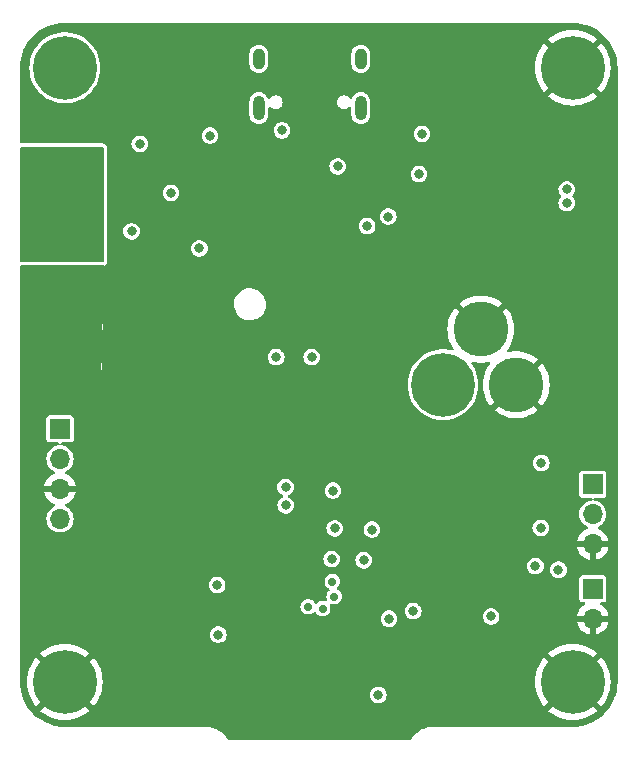
<source format=gbr>
%TF.GenerationSoftware,KiCad,Pcbnew,7.0.6*%
%TF.CreationDate,2023-08-15T21:41:43+12:00*%
%TF.ProjectId,esp32c3-ev-board,65737033-3263-4332-9d65-762d626f6172,rev?*%
%TF.SameCoordinates,Original*%
%TF.FileFunction,Copper,L2,Inr*%
%TF.FilePolarity,Positive*%
%FSLAX46Y46*%
G04 Gerber Fmt 4.6, Leading zero omitted, Abs format (unit mm)*
G04 Created by KiCad (PCBNEW 7.0.6) date 2023-08-15 21:41:43*
%MOMM*%
%LPD*%
G01*
G04 APERTURE LIST*
%TA.AperFunction,ComponentPad*%
%ADD10O,1.000000X1.800000*%
%TD*%
%TA.AperFunction,ComponentPad*%
%ADD11O,1.000000X2.100000*%
%TD*%
%TA.AperFunction,ComponentPad*%
%ADD12R,1.700000X1.700000*%
%TD*%
%TA.AperFunction,ComponentPad*%
%ADD13O,1.700000X1.700000*%
%TD*%
%TA.AperFunction,ComponentPad*%
%ADD14C,5.400000*%
%TD*%
%TA.AperFunction,ComponentPad*%
%ADD15C,5.385000*%
%TD*%
%TA.AperFunction,ComponentPad*%
%ADD16C,4.650000*%
%TD*%
%TA.AperFunction,ViaPad*%
%ADD17C,0.800000*%
%TD*%
%TA.AperFunction,ViaPad*%
%ADD18C,0.700000*%
%TD*%
G04 APERTURE END LIST*
D10*
%TO.N,unconnected-(J5-SHIELD-PadS1)*%
%TO.C,J5*%
X128830000Y-60045000D03*
D11*
X128830000Y-64225000D03*
D10*
X137470000Y-60045000D03*
D11*
X137470000Y-64225000D03*
%TD*%
D12*
%TO.N,+3.3V*%
%TO.C,Hall*%
X157100000Y-96060000D03*
D13*
%TO.N,Net-(IC3-MTDI)*%
X157100000Y-98600000D03*
%TO.N,Reg Neg*%
X157100000Y-101140000D03*
%TD*%
D14*
%TO.N,Reg Neg*%
%TO.C,H1*%
X155400000Y-60800000D03*
%TD*%
%TO.N,Reg Neg*%
%TO.C,H3*%
X155400000Y-112800000D03*
%TD*%
D15*
%TO.N,Net-(D4-A)*%
%TO.C,J2*%
X144422000Y-87630000D03*
D16*
%TO.N,Reg Neg*%
X150622000Y-87630000D03*
X147622000Y-82930000D03*
%TD*%
D14*
%TO.N,Reg Neg*%
%TO.C,Negative -*%
X112000000Y-82500000D03*
%TD*%
%TO.N,Reg Neg*%
%TO.C,H4*%
X112400000Y-112800000D03*
%TD*%
D12*
%TO.N,Net-(J4-Pin_1)*%
%TO.C,UART*%
X112000000Y-91360000D03*
D13*
%TO.N,VBUS*%
X112000000Y-93900000D03*
%TO.N,Reg Neg*%
X112000000Y-96440000D03*
%TO.N,Net-(J4-Pin_4)*%
X112000000Y-98980000D03*
%TD*%
D14*
%TO.N,UnregNeg(furthest from bat term)*%
%TO.C,Negative +*%
X112100000Y-72250000D03*
%TD*%
%TO.N,UnregPos*%
%TO.C,Positive*%
X112400000Y-60800000D03*
%TD*%
D12*
%TO.N,Net-(IC3-MTMS)*%
%TO.C,Therm*%
X157100000Y-104900000D03*
D13*
%TO.N,Reg Neg*%
X157100000Y-107440000D03*
%TD*%
D17*
%TO.N,Reg Neg*%
X156960000Y-86380000D03*
X157010000Y-87570000D03*
X131200000Y-110200000D03*
%TO.N,+3.3V*%
X125400000Y-108800000D03*
X154900000Y-71100000D03*
X138950000Y-113900000D03*
X152750000Y-94250000D03*
X142650000Y-66400000D03*
X123800000Y-76100000D03*
X125300000Y-104600000D03*
X137700000Y-102500000D03*
X152250000Y-103000500D03*
X135100000Y-96600000D03*
X154900000Y-72250000D03*
X124700000Y-66550000D03*
X141900000Y-106800000D03*
%TO.N,Reg Neg*%
X129250000Y-66650000D03*
X114750000Y-86750000D03*
X142300000Y-97425000D03*
X137500000Y-87600000D03*
X153050000Y-81150000D03*
X113000000Y-86750000D03*
D18*
X111950000Y-77875000D03*
D17*
X116500000Y-105200000D03*
D18*
X115250000Y-79000000D03*
D17*
X115000000Y-104400000D03*
D18*
X115425000Y-81825000D03*
D17*
X119325000Y-106000000D03*
X144525000Y-94325000D03*
X145900000Y-99075000D03*
X110375000Y-107875000D03*
X131204977Y-102395023D03*
X110275000Y-103125000D03*
X130315196Y-70000000D03*
D18*
X110725000Y-77875000D03*
D17*
X127800000Y-108000000D03*
X130925000Y-112950000D03*
X120666226Y-114235735D03*
X127500000Y-117200000D03*
X131025000Y-114950000D03*
X116500000Y-107000000D03*
D18*
X109500000Y-77875000D03*
X110750000Y-79000000D03*
D17*
X109500000Y-86750000D03*
X137300000Y-66650000D03*
X132950000Y-116975000D03*
X127800000Y-113275000D03*
X125475000Y-114000000D03*
X120100000Y-85950000D03*
X116300000Y-80650000D03*
X116400000Y-92800000D03*
D18*
X114950000Y-77900000D03*
D17*
X118800000Y-96200000D03*
X121300000Y-81350000D03*
X128300000Y-85400000D03*
X148525000Y-94275000D03*
X131025000Y-116800000D03*
X137796210Y-98321210D03*
X134600000Y-109900000D03*
X111250000Y-86750000D03*
X135200000Y-87600000D03*
D18*
X114300000Y-79725000D03*
D17*
X149149500Y-74750000D03*
X145050000Y-78550000D03*
D18*
X109500000Y-79000000D03*
D17*
X127575000Y-115075000D03*
X156300000Y-81425000D03*
X146100000Y-69100000D03*
X113900000Y-108000000D03*
D18*
X112000000Y-79000000D03*
X113125000Y-77875000D03*
X109100000Y-80250000D03*
D17*
X134600000Y-111200000D03*
D18*
X113250000Y-79000000D03*
D17*
%TO.N,CurMeas*%
X138400000Y-99900000D03*
X118050000Y-74650000D03*
X142400000Y-69800000D03*
X138000000Y-74200000D03*
X139800000Y-73400000D03*
%TO.N,CHIPEN*%
X118750000Y-67250000D03*
D18*
X134236386Y-106600500D03*
D17*
%TO.N,VoltMeas*%
X121400000Y-71400000D03*
X135251233Y-99806233D03*
%TO.N,5vUSB*%
X135500000Y-69150000D03*
X130800000Y-66100000D03*
%TO.N,LED B*%
X139850000Y-107449500D03*
X135000000Y-102400500D03*
%TO.N,Net-(IC3-SPICS0)*%
X131092324Y-96307675D03*
X133300000Y-85300000D03*
%TO.N,Net-(IC3-SPIWP)*%
X130300000Y-85300000D03*
X131099500Y-97850000D03*
%TO.N,UnregNeg(furthest from bat term)*%
X109500000Y-68500000D03*
D18*
X109350000Y-74500000D03*
X112000000Y-75750000D03*
X109500000Y-75750000D03*
X114475000Y-74750000D03*
X115250000Y-73575000D03*
X110725000Y-76925000D03*
D17*
X111250000Y-68500000D03*
D18*
X114950000Y-76900000D03*
D17*
X113000000Y-68500000D03*
X114750000Y-68500000D03*
D18*
X115250000Y-75750000D03*
X113250000Y-75750000D03*
X109425000Y-76900000D03*
X110750000Y-75750000D03*
X113300000Y-76900000D03*
X111975000Y-76925000D03*
%TO.N,Net-(IC3-MTDI)*%
X135050000Y-104300000D03*
D17*
X152700000Y-99750000D03*
%TO.N,Net-(IC3-GPIO2)*%
X148500000Y-107250000D03*
D18*
X133004718Y-106434892D03*
%TO.N,Net-(IC3-MTMS)*%
X135201464Y-105573536D03*
D17*
X154200000Y-103300000D03*
%TD*%
%TA.AperFunction,Conductor*%
%TO.N,Reg Neg*%
G36*
X115485000Y-87500000D02*
G01*
X108600500Y-87500000D01*
X108600500Y-77617000D01*
X108620185Y-77549961D01*
X108664665Y-77511418D01*
X115685000Y-77500000D01*
X115485000Y-87500000D01*
G37*
%TD.AperFunction*%
%TD*%
%TA.AperFunction,Conductor*%
%TO.N,UnregNeg(furthest from bat term)*%
G36*
X115642849Y-67519685D02*
G01*
X115688604Y-67572489D01*
X115699810Y-67624190D01*
X115685190Y-77163690D01*
X115665403Y-77230699D01*
X115612529Y-77276373D01*
X115561190Y-77287500D01*
X108724500Y-77287500D01*
X108657461Y-77267815D01*
X108611706Y-77215011D01*
X108600500Y-77163500D01*
X108600500Y-67624000D01*
X108620185Y-67556961D01*
X108672989Y-67511206D01*
X108724500Y-67500000D01*
X115575810Y-67500000D01*
X115642849Y-67519685D01*
G37*
%TD.AperFunction*%
%TD*%
%TA.AperFunction,Conductor*%
%TO.N,Reg Neg*%
G36*
X155401512Y-57000575D02*
G01*
X155769375Y-57018647D01*
X155775422Y-57019241D01*
X156138234Y-57073059D01*
X156144181Y-57074241D01*
X156499987Y-57163366D01*
X156505793Y-57165127D01*
X156851149Y-57288698D01*
X156856752Y-57291019D01*
X157188321Y-57447839D01*
X157193679Y-57450702D01*
X157508270Y-57639261D01*
X157513332Y-57642643D01*
X157807933Y-57861135D01*
X157812637Y-57864995D01*
X158084409Y-58111315D01*
X158088684Y-58115590D01*
X158335002Y-58387360D01*
X158338864Y-58392066D01*
X158557356Y-58686667D01*
X158560738Y-58691729D01*
X158577921Y-58720397D01*
X158661375Y-58859632D01*
X158749290Y-59006308D01*
X158752160Y-59011678D01*
X158908980Y-59343247D01*
X158911305Y-59348860D01*
X159034866Y-59694186D01*
X159036633Y-59700012D01*
X159125754Y-60055799D01*
X159126941Y-60061771D01*
X159180756Y-60424566D01*
X159181352Y-60430624D01*
X159199425Y-60798487D01*
X159199500Y-60801530D01*
X159199500Y-112798469D01*
X159199425Y-112801512D01*
X159181352Y-113169375D01*
X159180756Y-113175433D01*
X159126941Y-113538228D01*
X159125754Y-113544200D01*
X159036633Y-113899987D01*
X159034866Y-113905812D01*
X158932963Y-114190613D01*
X158911310Y-114251128D01*
X158908980Y-114256752D01*
X158752160Y-114588321D01*
X158749290Y-114593691D01*
X158560738Y-114908270D01*
X158557356Y-114913332D01*
X158338864Y-115207933D01*
X158335002Y-115212639D01*
X158088699Y-115484394D01*
X158084399Y-115488693D01*
X157987317Y-115576683D01*
X157812639Y-115735002D01*
X157807933Y-115738864D01*
X157513332Y-115957356D01*
X157508270Y-115960738D01*
X157193691Y-116149290D01*
X157188321Y-116152160D01*
X156856752Y-116308980D01*
X156851132Y-116311308D01*
X156505813Y-116434866D01*
X156499987Y-116436633D01*
X156144200Y-116525754D01*
X156138228Y-116526941D01*
X155775433Y-116580756D01*
X155769375Y-116581352D01*
X155401513Y-116599425D01*
X155398470Y-116599500D01*
X143600000Y-116599500D01*
X143460198Y-116599425D01*
X143460197Y-116599425D01*
X143460192Y-116599425D01*
X143182955Y-116635623D01*
X143182939Y-116635626D01*
X142931072Y-116702537D01*
X142912714Y-116707415D01*
X142795010Y-116755727D01*
X142654054Y-116813584D01*
X142411314Y-116952350D01*
X142188580Y-117121377D01*
X141989607Y-117317815D01*
X141989601Y-117317822D01*
X141817738Y-117538365D01*
X141817736Y-117538368D01*
X141784330Y-117595104D01*
X141743812Y-117663917D01*
X141692837Y-117711697D01*
X141636961Y-117725000D01*
X126295917Y-117725000D01*
X126228878Y-117705315D01*
X126189392Y-117662194D01*
X126188524Y-117662719D01*
X126186595Y-117659529D01*
X126186589Y-117659517D01*
X126035363Y-117440430D01*
X126018294Y-117421163D01*
X125858833Y-117241168D01*
X125858831Y-117241166D01*
X125659575Y-117064641D01*
X125659572Y-117064639D01*
X125659570Y-117064637D01*
X125440483Y-116913411D01*
X125204764Y-116789697D01*
X125197661Y-116787003D01*
X124955857Y-116695298D01*
X124894045Y-116680062D01*
X124697376Y-116631588D01*
X124538813Y-116612335D01*
X124433108Y-116599500D01*
X124433106Y-116599500D01*
X124322590Y-116599500D01*
X112401530Y-116599500D01*
X112398487Y-116599425D01*
X112030624Y-116581352D01*
X112024566Y-116580756D01*
X111661771Y-116526941D01*
X111655802Y-116525754D01*
X111578735Y-116506450D01*
X111300012Y-116436633D01*
X111294193Y-116434868D01*
X110948860Y-116311305D01*
X110943247Y-116308980D01*
X110611678Y-116152160D01*
X110606313Y-116149293D01*
X110291729Y-115960738D01*
X110286667Y-115957356D01*
X109992066Y-115738864D01*
X109987360Y-115735002D01*
X109715590Y-115488684D01*
X109711315Y-115484409D01*
X109464995Y-115212637D01*
X109461135Y-115207933D01*
X109242643Y-114913332D01*
X109239261Y-114908270D01*
X109050702Y-114593679D01*
X109047839Y-114588321D01*
X108891019Y-114256752D01*
X108888698Y-114251149D01*
X108765127Y-113905793D01*
X108763366Y-113899987D01*
X108752987Y-113858552D01*
X108674241Y-113544181D01*
X108673058Y-113538228D01*
X108669345Y-113513194D01*
X108619241Y-113175422D01*
X108618647Y-113169375D01*
X108600575Y-112801511D01*
X108600538Y-112800000D01*
X109194958Y-112800000D01*
X109215110Y-113158846D01*
X109215112Y-113158858D01*
X109275314Y-113513185D01*
X109275316Y-113513194D01*
X109374812Y-113858552D01*
X109512353Y-114190609D01*
X109512355Y-114190613D01*
X109686215Y-114505189D01*
X109686218Y-114505194D01*
X109894193Y-114798306D01*
X109966843Y-114879601D01*
X111285072Y-113561371D01*
X111361890Y-113671078D01*
X111528922Y-113838110D01*
X111638626Y-113914925D01*
X110320397Y-115233155D01*
X110320396Y-115233155D01*
X110401693Y-115305806D01*
X110694805Y-115513781D01*
X110694810Y-115513784D01*
X111009386Y-115687644D01*
X111009390Y-115687646D01*
X111341447Y-115825187D01*
X111686805Y-115924683D01*
X111686814Y-115924685D01*
X112041141Y-115984887D01*
X112041153Y-115984889D01*
X112400000Y-116005041D01*
X112758846Y-115984889D01*
X112758858Y-115984887D01*
X113113185Y-115924685D01*
X113113194Y-115924683D01*
X113458552Y-115825187D01*
X113790609Y-115687646D01*
X113790613Y-115687644D01*
X114105189Y-115513784D01*
X114105194Y-115513781D01*
X114398306Y-115305806D01*
X114479601Y-115233155D01*
X113161373Y-113914925D01*
X113271078Y-113838110D01*
X113438110Y-113671078D01*
X113514926Y-113561373D01*
X114833155Y-114879601D01*
X114905806Y-114798306D01*
X115113781Y-114505194D01*
X115113784Y-114505189D01*
X115287644Y-114190613D01*
X115287646Y-114190609D01*
X115408019Y-113899999D01*
X138244355Y-113899999D01*
X138264859Y-114068869D01*
X138264860Y-114068874D01*
X138325182Y-114227931D01*
X138387475Y-114318177D01*
X138421817Y-114367929D01*
X138527505Y-114461560D01*
X138549150Y-114480736D01*
X138699773Y-114559789D01*
X138699775Y-114559790D01*
X138864944Y-114600500D01*
X139035056Y-114600500D01*
X139200225Y-114559790D01*
X139304248Y-114505194D01*
X139350849Y-114480736D01*
X139350850Y-114480734D01*
X139350852Y-114480734D01*
X139478183Y-114367929D01*
X139574818Y-114227930D01*
X139635140Y-114068872D01*
X139655645Y-113900000D01*
X139635140Y-113731128D01*
X139574818Y-113572070D01*
X139551458Y-113538228D01*
X139540476Y-113522318D01*
X139478183Y-113432071D01*
X139350852Y-113319266D01*
X139350849Y-113319263D01*
X139200226Y-113240210D01*
X139035056Y-113199500D01*
X138864944Y-113199500D01*
X138699773Y-113240210D01*
X138549150Y-113319263D01*
X138421816Y-113432072D01*
X138325182Y-113572068D01*
X138264860Y-113731125D01*
X138264859Y-113731130D01*
X138244355Y-113899999D01*
X115408019Y-113899999D01*
X115425187Y-113858552D01*
X115524683Y-113513194D01*
X115524685Y-113513185D01*
X115584887Y-113158858D01*
X115584889Y-113158846D01*
X115605041Y-112799999D01*
X152194958Y-112799999D01*
X152215110Y-113158846D01*
X152215112Y-113158858D01*
X152275314Y-113513185D01*
X152275316Y-113513194D01*
X152374812Y-113858552D01*
X152512353Y-114190609D01*
X152512355Y-114190613D01*
X152686215Y-114505189D01*
X152686218Y-114505194D01*
X152894193Y-114798306D01*
X152966843Y-114879601D01*
X154285072Y-113561371D01*
X154361890Y-113671078D01*
X154528922Y-113838110D01*
X154638626Y-113914925D01*
X153320397Y-115233155D01*
X153401693Y-115305806D01*
X153694805Y-115513781D01*
X153694810Y-115513784D01*
X154009386Y-115687644D01*
X154009390Y-115687646D01*
X154341447Y-115825187D01*
X154686805Y-115924683D01*
X154686814Y-115924685D01*
X155041141Y-115984887D01*
X155041153Y-115984889D01*
X155399999Y-116005041D01*
X155758846Y-115984889D01*
X155758858Y-115984887D01*
X156113185Y-115924685D01*
X156113194Y-115924683D01*
X156458552Y-115825187D01*
X156790609Y-115687646D01*
X156790613Y-115687644D01*
X157105189Y-115513784D01*
X157105194Y-115513781D01*
X157398306Y-115305806D01*
X157479601Y-115233155D01*
X156161373Y-113914925D01*
X156271078Y-113838110D01*
X156438110Y-113671078D01*
X156514926Y-113561373D01*
X157833155Y-114879601D01*
X157905806Y-114798306D01*
X158113781Y-114505194D01*
X158113784Y-114505189D01*
X158287644Y-114190613D01*
X158287646Y-114190609D01*
X158425187Y-113858552D01*
X158524683Y-113513194D01*
X158524685Y-113513185D01*
X158584887Y-113158858D01*
X158584889Y-113158846D01*
X158605041Y-112799999D01*
X158584889Y-112441153D01*
X158584887Y-112441141D01*
X158524685Y-112086814D01*
X158524683Y-112086805D01*
X158425187Y-111741447D01*
X158287646Y-111409390D01*
X158287644Y-111409386D01*
X158113784Y-111094810D01*
X158113781Y-111094805D01*
X157905806Y-110801693D01*
X157833155Y-110720397D01*
X156514925Y-112038626D01*
X156438110Y-111928922D01*
X156271078Y-111761890D01*
X156161372Y-111685073D01*
X157479602Y-110366843D01*
X157398306Y-110294193D01*
X157105194Y-110086218D01*
X157105189Y-110086215D01*
X156790613Y-109912355D01*
X156790609Y-109912353D01*
X156458552Y-109774812D01*
X156113194Y-109675316D01*
X156113185Y-109675314D01*
X155758858Y-109615112D01*
X155758846Y-109615110D01*
X155399999Y-109594958D01*
X155041153Y-109615110D01*
X155041141Y-109615112D01*
X154686814Y-109675314D01*
X154686805Y-109675316D01*
X154341447Y-109774812D01*
X154009390Y-109912353D01*
X154009386Y-109912355D01*
X153694810Y-110086215D01*
X153694805Y-110086218D01*
X153401693Y-110294194D01*
X153401685Y-110294199D01*
X153320397Y-110366842D01*
X153320397Y-110366843D01*
X154638627Y-111685073D01*
X154528922Y-111761890D01*
X154361890Y-111928922D01*
X154285073Y-112038626D01*
X152966843Y-110720396D01*
X152966842Y-110720397D01*
X152894199Y-110801685D01*
X152894194Y-110801693D01*
X152686218Y-111094805D01*
X152686215Y-111094810D01*
X152512355Y-111409386D01*
X152512353Y-111409390D01*
X152374812Y-111741447D01*
X152275316Y-112086805D01*
X152275314Y-112086814D01*
X152215112Y-112441141D01*
X152215110Y-112441153D01*
X152194958Y-112799999D01*
X115605041Y-112799999D01*
X115584889Y-112441153D01*
X115584887Y-112441141D01*
X115524685Y-112086814D01*
X115524683Y-112086805D01*
X115425187Y-111741447D01*
X115287646Y-111409390D01*
X115287644Y-111409386D01*
X115113784Y-111094810D01*
X115113781Y-111094805D01*
X114905806Y-110801693D01*
X114833155Y-110720397D01*
X113514925Y-112038626D01*
X113438110Y-111928922D01*
X113271078Y-111761890D01*
X113161372Y-111685073D01*
X114479602Y-110366843D01*
X114398306Y-110294193D01*
X114105194Y-110086218D01*
X114105189Y-110086215D01*
X113790613Y-109912355D01*
X113790609Y-109912353D01*
X113458552Y-109774812D01*
X113113194Y-109675316D01*
X113113185Y-109675314D01*
X112758858Y-109615112D01*
X112758846Y-109615110D01*
X112400000Y-109594958D01*
X112041153Y-109615110D01*
X112041141Y-109615112D01*
X111686814Y-109675314D01*
X111686805Y-109675316D01*
X111341447Y-109774812D01*
X111009390Y-109912353D01*
X111009386Y-109912355D01*
X110694810Y-110086215D01*
X110694805Y-110086218D01*
X110401693Y-110294194D01*
X110401685Y-110294199D01*
X110320397Y-110366842D01*
X110320397Y-110366843D01*
X111638627Y-111685073D01*
X111528922Y-111761890D01*
X111361890Y-111928922D01*
X111285073Y-112038626D01*
X109966843Y-110720396D01*
X109966842Y-110720397D01*
X109894199Y-110801685D01*
X109894194Y-110801693D01*
X109686218Y-111094805D01*
X109686215Y-111094810D01*
X109512355Y-111409386D01*
X109512353Y-111409390D01*
X109374812Y-111741447D01*
X109275316Y-112086805D01*
X109275314Y-112086814D01*
X109215112Y-112441141D01*
X109215110Y-112441153D01*
X109194958Y-112800000D01*
X108600538Y-112800000D01*
X108600500Y-112798469D01*
X108600500Y-108800000D01*
X124694355Y-108800000D01*
X124714859Y-108968869D01*
X124714860Y-108968874D01*
X124775182Y-109127931D01*
X124837475Y-109218177D01*
X124871817Y-109267929D01*
X124977505Y-109361560D01*
X124999150Y-109380736D01*
X125149773Y-109459789D01*
X125149775Y-109459790D01*
X125314944Y-109500500D01*
X125485056Y-109500500D01*
X125650225Y-109459790D01*
X125729692Y-109418081D01*
X125800849Y-109380736D01*
X125800850Y-109380734D01*
X125800852Y-109380734D01*
X125928183Y-109267929D01*
X126024818Y-109127930D01*
X126085140Y-108968872D01*
X126105645Y-108800000D01*
X126085140Y-108631128D01*
X126024818Y-108472070D01*
X125928183Y-108332071D01*
X125800852Y-108219266D01*
X125800849Y-108219263D01*
X125650226Y-108140210D01*
X125485056Y-108099500D01*
X125314944Y-108099500D01*
X125149773Y-108140210D01*
X124999150Y-108219263D01*
X124871816Y-108332072D01*
X124775182Y-108472068D01*
X124714860Y-108631125D01*
X124714859Y-108631130D01*
X124694355Y-108800000D01*
X108600500Y-108800000D01*
X108600500Y-107449500D01*
X139144355Y-107449500D01*
X139147643Y-107476580D01*
X139164859Y-107618369D01*
X139164860Y-107618374D01*
X139225182Y-107777431D01*
X139285594Y-107864952D01*
X139321817Y-107917429D01*
X139359147Y-107950500D01*
X139449150Y-108030236D01*
X139581122Y-108099500D01*
X139599775Y-108109290D01*
X139764944Y-108150000D01*
X139935056Y-108150000D01*
X140100225Y-108109290D01*
X140179692Y-108067581D01*
X140250849Y-108030236D01*
X140250850Y-108030234D01*
X140250852Y-108030234D01*
X140378183Y-107917429D01*
X140474818Y-107777430D01*
X140535140Y-107618372D01*
X140555645Y-107449500D01*
X140535140Y-107280628D01*
X140523524Y-107250000D01*
X140500769Y-107189999D01*
X140474818Y-107121570D01*
X140378183Y-106981571D01*
X140271723Y-106887256D01*
X140250849Y-106868763D01*
X140119832Y-106800000D01*
X141194355Y-106800000D01*
X141214859Y-106968869D01*
X141214860Y-106968874D01*
X141275182Y-107127931D01*
X141283364Y-107139784D01*
X141371817Y-107267929D01*
X141477505Y-107361560D01*
X141499150Y-107380736D01*
X141630167Y-107449499D01*
X141649775Y-107459790D01*
X141814944Y-107500500D01*
X141985056Y-107500500D01*
X142150225Y-107459790D01*
X142229692Y-107418081D01*
X142300849Y-107380736D01*
X142300850Y-107380734D01*
X142300852Y-107380734D01*
X142428183Y-107267929D01*
X142440559Y-107250000D01*
X147794355Y-107250000D01*
X147814859Y-107418869D01*
X147814860Y-107418874D01*
X147875182Y-107577931D01*
X147924821Y-107649844D01*
X147971817Y-107717929D01*
X148077505Y-107811560D01*
X148099150Y-107830736D01*
X148237764Y-107903486D01*
X148249775Y-107909790D01*
X148414944Y-107950500D01*
X148585056Y-107950500D01*
X148750225Y-107909790D01*
X148835656Y-107864952D01*
X148900849Y-107830736D01*
X148900850Y-107830734D01*
X148900852Y-107830734D01*
X149028183Y-107717929D01*
X149047461Y-107690000D01*
X155769364Y-107690000D01*
X155826567Y-107903486D01*
X155826570Y-107903492D01*
X155926399Y-108117578D01*
X156061894Y-108311082D01*
X156228917Y-108478105D01*
X156422421Y-108613600D01*
X156636507Y-108713429D01*
X156636516Y-108713433D01*
X156850000Y-108770634D01*
X156850000Y-107875501D01*
X156957685Y-107924680D01*
X157064237Y-107940000D01*
X157135763Y-107940000D01*
X157242315Y-107924680D01*
X157350000Y-107875501D01*
X157350000Y-108770633D01*
X157563483Y-108713433D01*
X157563492Y-108713429D01*
X157777578Y-108613600D01*
X157971082Y-108478105D01*
X158138105Y-108311082D01*
X158273600Y-108117578D01*
X158373429Y-107903492D01*
X158373432Y-107903486D01*
X158430636Y-107690000D01*
X157533686Y-107690000D01*
X157559493Y-107649844D01*
X157600000Y-107511889D01*
X157600000Y-107368111D01*
X157559493Y-107230156D01*
X157533686Y-107190000D01*
X158430636Y-107190000D01*
X158430635Y-107189999D01*
X158373432Y-106976513D01*
X158373429Y-106976507D01*
X158273600Y-106762422D01*
X158273599Y-106762420D01*
X158138113Y-106568926D01*
X158138108Y-106568920D01*
X157971082Y-106401894D01*
X157791394Y-106276074D01*
X157747769Y-106221496D01*
X157740577Y-106151998D01*
X157772099Y-106089643D01*
X157832329Y-106054230D01*
X157862517Y-106050499D01*
X157994864Y-106050499D01*
X157994879Y-106050497D01*
X157994882Y-106050497D01*
X158019987Y-106047586D01*
X158019988Y-106047585D01*
X158019991Y-106047585D01*
X158122765Y-106002206D01*
X158202206Y-105922765D01*
X158247585Y-105819991D01*
X158250500Y-105794865D01*
X158250499Y-104005136D01*
X158250497Y-104005117D01*
X158247586Y-103980012D01*
X158247585Y-103980010D01*
X158247585Y-103980009D01*
X158202206Y-103877235D01*
X158122765Y-103797794D01*
X158122764Y-103797793D01*
X158019992Y-103752415D01*
X157994865Y-103749500D01*
X156205143Y-103749500D01*
X156205117Y-103749502D01*
X156180012Y-103752413D01*
X156180008Y-103752415D01*
X156077235Y-103797793D01*
X155997794Y-103877234D01*
X155952415Y-103980006D01*
X155952415Y-103980008D01*
X155949500Y-104005131D01*
X155949500Y-105794856D01*
X155949502Y-105794882D01*
X155952413Y-105819987D01*
X155952415Y-105819991D01*
X155997793Y-105922764D01*
X155997794Y-105922765D01*
X156077235Y-106002206D01*
X156180009Y-106047585D01*
X156205135Y-106050500D01*
X156337483Y-106050499D01*
X156404520Y-106070183D01*
X156450275Y-106122987D01*
X156460219Y-106192145D01*
X156431195Y-106255701D01*
X156408605Y-106276074D01*
X156228922Y-106401890D01*
X156228920Y-106401891D01*
X156061891Y-106568920D01*
X156061886Y-106568926D01*
X155926400Y-106762420D01*
X155926399Y-106762422D01*
X155826570Y-106976507D01*
X155826567Y-106976513D01*
X155769364Y-107189999D01*
X155769364Y-107190000D01*
X156666314Y-107190000D01*
X156640507Y-107230156D01*
X156600000Y-107368111D01*
X156600000Y-107511889D01*
X156640507Y-107649844D01*
X156666314Y-107690000D01*
X155769364Y-107690000D01*
X149047461Y-107690000D01*
X149124818Y-107577930D01*
X149185140Y-107418872D01*
X149205645Y-107250000D01*
X149185140Y-107081128D01*
X149124818Y-106922070D01*
X149100787Y-106887256D01*
X149080272Y-106857534D01*
X149028183Y-106782071D01*
X148900852Y-106669266D01*
X148900849Y-106669263D01*
X148750226Y-106590210D01*
X148585056Y-106549500D01*
X148414944Y-106549500D01*
X148249773Y-106590210D01*
X148099150Y-106669263D01*
X147971816Y-106782072D01*
X147875182Y-106922068D01*
X147814860Y-107081125D01*
X147814859Y-107081130D01*
X147794355Y-107250000D01*
X142440559Y-107250000D01*
X142524818Y-107127930D01*
X142585140Y-106968872D01*
X142605645Y-106800000D01*
X142585140Y-106631128D01*
X142573524Y-106600500D01*
X142524817Y-106472068D01*
X142476379Y-106401894D01*
X142428183Y-106332071D01*
X142333316Y-106248026D01*
X142300849Y-106219263D01*
X142150226Y-106140210D01*
X141985056Y-106099500D01*
X141814944Y-106099500D01*
X141649773Y-106140210D01*
X141499150Y-106219263D01*
X141371816Y-106332072D01*
X141275182Y-106472068D01*
X141214860Y-106631125D01*
X141214859Y-106631130D01*
X141194355Y-106800000D01*
X140119832Y-106800000D01*
X140100226Y-106789710D01*
X139935056Y-106749000D01*
X139764944Y-106749000D01*
X139599773Y-106789710D01*
X139449150Y-106868763D01*
X139321816Y-106981572D01*
X139225182Y-107121568D01*
X139164860Y-107280625D01*
X139164859Y-107280630D01*
X139144355Y-107449499D01*
X139144355Y-107449500D01*
X108600500Y-107449500D01*
X108600500Y-106434892D01*
X132349440Y-106434892D01*
X132368480Y-106591710D01*
X132397894Y-106669266D01*
X132424498Y-106739415D01*
X132514235Y-106869422D01*
X132632478Y-106974175D01*
X132632480Y-106974176D01*
X132772352Y-107047588D01*
X132925732Y-107085392D01*
X132925733Y-107085392D01*
X133083703Y-107085392D01*
X133237083Y-107047588D01*
X133376956Y-106974176D01*
X133376955Y-106974176D01*
X133376958Y-106974175D01*
X133475070Y-106887255D01*
X133538303Y-106857534D01*
X133607567Y-106866718D01*
X133659346Y-106909630D01*
X133667933Y-106922070D01*
X133745901Y-107035028D01*
X133745903Y-107035030D01*
X133864146Y-107139783D01*
X133864148Y-107139784D01*
X134004020Y-107213196D01*
X134157400Y-107251000D01*
X134157401Y-107251000D01*
X134315371Y-107251000D01*
X134468751Y-107213196D01*
X134468750Y-107213195D01*
X134608626Y-107139783D01*
X134726869Y-107035030D01*
X134816606Y-106905023D01*
X134872623Y-106757318D01*
X134891664Y-106600500D01*
X134872623Y-106443682D01*
X134838747Y-106354360D01*
X134833381Y-106284700D01*
X134866528Y-106223193D01*
X134927666Y-106189372D01*
X134984362Y-106189993D01*
X135122479Y-106224036D01*
X135280449Y-106224036D01*
X135433829Y-106186232D01*
X135467284Y-106168673D01*
X135573704Y-106112819D01*
X135691947Y-106008066D01*
X135781684Y-105878059D01*
X135837701Y-105730354D01*
X135856742Y-105573536D01*
X135837701Y-105416718D01*
X135781684Y-105269013D01*
X135691947Y-105139006D01*
X135573704Y-105034253D01*
X135573702Y-105034252D01*
X135573701Y-105034251D01*
X135499454Y-104995283D01*
X135449242Y-104946699D01*
X135433267Y-104878680D01*
X135456602Y-104812822D01*
X135474851Y-104792673D01*
X135540483Y-104734530D01*
X135630220Y-104604523D01*
X135686237Y-104456818D01*
X135705278Y-104300000D01*
X135701887Y-104272068D01*
X135686237Y-104143181D01*
X135664992Y-104087164D01*
X135630220Y-103995477D01*
X135540483Y-103865470D01*
X135422240Y-103760717D01*
X135422238Y-103760716D01*
X135422237Y-103760715D01*
X135282365Y-103687303D01*
X135128986Y-103649500D01*
X135128985Y-103649500D01*
X134971015Y-103649500D01*
X134971014Y-103649500D01*
X134817634Y-103687303D01*
X134677762Y-103760715D01*
X134559516Y-103865471D01*
X134469781Y-103995475D01*
X134469780Y-103995476D01*
X134413762Y-104143181D01*
X134394722Y-104299999D01*
X134394722Y-104300000D01*
X134413762Y-104456818D01*
X134468064Y-104599999D01*
X134469780Y-104604523D01*
X134559517Y-104734530D01*
X134677760Y-104839283D01*
X134752009Y-104878252D01*
X134802221Y-104926836D01*
X134818196Y-104994855D01*
X134794861Y-105060712D01*
X134776610Y-105080863D01*
X134710982Y-105139004D01*
X134621245Y-105269011D01*
X134621244Y-105269012D01*
X134565226Y-105416717D01*
X134546186Y-105573535D01*
X134546186Y-105573536D01*
X134565227Y-105730354D01*
X134599101Y-105819673D01*
X134604468Y-105889336D01*
X134571321Y-105950842D01*
X134510182Y-105984664D01*
X134453485Y-105984041D01*
X134315372Y-105950000D01*
X134315371Y-105950000D01*
X134157401Y-105950000D01*
X134157400Y-105950000D01*
X134004020Y-105987803D01*
X133864147Y-106061215D01*
X133864145Y-106061217D01*
X133766032Y-106148136D01*
X133702799Y-106177857D01*
X133633535Y-106168673D01*
X133581757Y-106125761D01*
X133495201Y-106000362D01*
X133376958Y-105895609D01*
X133376956Y-105895608D01*
X133376955Y-105895607D01*
X133237083Y-105822195D01*
X133083704Y-105784392D01*
X133083703Y-105784392D01*
X132925733Y-105784392D01*
X132925732Y-105784392D01*
X132772352Y-105822195D01*
X132632480Y-105895607D01*
X132514234Y-106000363D01*
X132424499Y-106130367D01*
X132424498Y-106130368D01*
X132368480Y-106278073D01*
X132349440Y-106434891D01*
X132349440Y-106434892D01*
X108600500Y-106434892D01*
X108600500Y-104600000D01*
X124594355Y-104600000D01*
X124614859Y-104768869D01*
X124614860Y-104768874D01*
X124675182Y-104927931D01*
X124688137Y-104946699D01*
X124771817Y-105067929D01*
X124852047Y-105139006D01*
X124899150Y-105180736D01*
X125049773Y-105259789D01*
X125049775Y-105259790D01*
X125214944Y-105300500D01*
X125385056Y-105300500D01*
X125550225Y-105259790D01*
X125629692Y-105218081D01*
X125700849Y-105180736D01*
X125700850Y-105180734D01*
X125700852Y-105180734D01*
X125828183Y-105067929D01*
X125924818Y-104927930D01*
X125985140Y-104768872D01*
X126005645Y-104600000D01*
X125985140Y-104431128D01*
X125924818Y-104272070D01*
X125828183Y-104132071D01*
X125700852Y-104019266D01*
X125700849Y-104019263D01*
X125550226Y-103940210D01*
X125385056Y-103899500D01*
X125214944Y-103899500D01*
X125049773Y-103940210D01*
X124899150Y-104019263D01*
X124771816Y-104132072D01*
X124675182Y-104272068D01*
X124614860Y-104431125D01*
X124614859Y-104431130D01*
X124594355Y-104600000D01*
X108600500Y-104600000D01*
X108600500Y-102400500D01*
X134294355Y-102400500D01*
X134314859Y-102569369D01*
X134314860Y-102569374D01*
X134375182Y-102728431D01*
X134437475Y-102818677D01*
X134471817Y-102868429D01*
X134577505Y-102962060D01*
X134599150Y-102981236D01*
X134749773Y-103060289D01*
X134749775Y-103060290D01*
X134914944Y-103101000D01*
X135085056Y-103101000D01*
X135250225Y-103060290D01*
X135364144Y-103000500D01*
X135400849Y-102981236D01*
X135400850Y-102981234D01*
X135400852Y-102981234D01*
X135528183Y-102868429D01*
X135624818Y-102728430D01*
X135685140Y-102569372D01*
X135693564Y-102499999D01*
X136994355Y-102499999D01*
X137014859Y-102668869D01*
X137014860Y-102668874D01*
X137075182Y-102827931D01*
X137137475Y-102918177D01*
X137171817Y-102967929D01*
X137276070Y-103060289D01*
X137299150Y-103080736D01*
X137449773Y-103159789D01*
X137449775Y-103159790D01*
X137614944Y-103200500D01*
X137785056Y-103200500D01*
X137950225Y-103159790D01*
X138062239Y-103101000D01*
X138100849Y-103080736D01*
X138100850Y-103080734D01*
X138100852Y-103080734D01*
X138191418Y-103000500D01*
X151544355Y-103000500D01*
X151564859Y-103169369D01*
X151564860Y-103169374D01*
X151625182Y-103328431D01*
X151687475Y-103418677D01*
X151721817Y-103468429D01*
X151827505Y-103562060D01*
X151849150Y-103581236D01*
X151999773Y-103660289D01*
X151999775Y-103660290D01*
X152164944Y-103701000D01*
X152335056Y-103701000D01*
X152500225Y-103660290D01*
X152579692Y-103618581D01*
X152650849Y-103581236D01*
X152650850Y-103581234D01*
X152650852Y-103581234D01*
X152778183Y-103468429D01*
X152874818Y-103328430D01*
X152885600Y-103300000D01*
X153494355Y-103300000D01*
X153514859Y-103468869D01*
X153514860Y-103468874D01*
X153575182Y-103627931D01*
X153616165Y-103687304D01*
X153671817Y-103767929D01*
X153777505Y-103861560D01*
X153799150Y-103880736D01*
X153949773Y-103959789D01*
X153949775Y-103959790D01*
X154114944Y-104000500D01*
X154285056Y-104000500D01*
X154450225Y-103959790D01*
X154565097Y-103899500D01*
X154600849Y-103880736D01*
X154600850Y-103880734D01*
X154600852Y-103880734D01*
X154728183Y-103767929D01*
X154824818Y-103627930D01*
X154885140Y-103468872D01*
X154905645Y-103300000D01*
X154885140Y-103131128D01*
X154824818Y-102972070D01*
X154821958Y-102967927D01*
X154753279Y-102868429D01*
X154728183Y-102832071D01*
X154600852Y-102719266D01*
X154600849Y-102719263D01*
X154450226Y-102640210D01*
X154285056Y-102599500D01*
X154114944Y-102599500D01*
X153949773Y-102640210D01*
X153799150Y-102719263D01*
X153682638Y-102822484D01*
X153672321Y-102831625D01*
X153671816Y-102832072D01*
X153575182Y-102972068D01*
X153514860Y-103131125D01*
X153514859Y-103131130D01*
X153494355Y-103300000D01*
X152885600Y-103300000D01*
X152935140Y-103169372D01*
X152955645Y-103000500D01*
X152935140Y-102831628D01*
X152874818Y-102672570D01*
X152872265Y-102668872D01*
X152803583Y-102569369D01*
X152778183Y-102532571D01*
X152650852Y-102419766D01*
X152650849Y-102419763D01*
X152500226Y-102340710D01*
X152335056Y-102300000D01*
X152164944Y-102300000D01*
X151999773Y-102340710D01*
X151849150Y-102419763D01*
X151721816Y-102532572D01*
X151625182Y-102672568D01*
X151564860Y-102831625D01*
X151564859Y-102831630D01*
X151544355Y-103000500D01*
X138191418Y-103000500D01*
X138228183Y-102967929D01*
X138324818Y-102827930D01*
X138385140Y-102668872D01*
X138405645Y-102500000D01*
X138385140Y-102331128D01*
X138324818Y-102172070D01*
X138228183Y-102032071D01*
X138133316Y-101948026D01*
X138100849Y-101919263D01*
X137950226Y-101840210D01*
X137785056Y-101799500D01*
X137614944Y-101799500D01*
X137449773Y-101840210D01*
X137299150Y-101919263D01*
X137171816Y-102032072D01*
X137075182Y-102172068D01*
X137014860Y-102331125D01*
X137014859Y-102331130D01*
X136994355Y-102499999D01*
X135693564Y-102499999D01*
X135705645Y-102400500D01*
X135685140Y-102231628D01*
X135624818Y-102072570D01*
X135528183Y-101932571D01*
X135400852Y-101819766D01*
X135400849Y-101819763D01*
X135250226Y-101740710D01*
X135085056Y-101700000D01*
X134914944Y-101700000D01*
X134749773Y-101740710D01*
X134599150Y-101819763D01*
X134471816Y-101932572D01*
X134375182Y-102072568D01*
X134314860Y-102231625D01*
X134314859Y-102231630D01*
X134294355Y-102400500D01*
X108600500Y-102400500D01*
X108600500Y-101390000D01*
X155769364Y-101390000D01*
X155826567Y-101603486D01*
X155826570Y-101603492D01*
X155926399Y-101817578D01*
X156061894Y-102011082D01*
X156228917Y-102178105D01*
X156422421Y-102313600D01*
X156636507Y-102413429D01*
X156636516Y-102413433D01*
X156850000Y-102470634D01*
X156850000Y-101575501D01*
X156957685Y-101624680D01*
X157064237Y-101640000D01*
X157135763Y-101640000D01*
X157242315Y-101624680D01*
X157350000Y-101575501D01*
X157350000Y-102470633D01*
X157563483Y-102413433D01*
X157563492Y-102413429D01*
X157777578Y-102313600D01*
X157971082Y-102178105D01*
X158138105Y-102011082D01*
X158273600Y-101817578D01*
X158373429Y-101603492D01*
X158373432Y-101603486D01*
X158430636Y-101390000D01*
X157533686Y-101390000D01*
X157559493Y-101349844D01*
X157600000Y-101211889D01*
X157600000Y-101068111D01*
X157559493Y-100930156D01*
X157533686Y-100890000D01*
X158430636Y-100890000D01*
X158430635Y-100889999D01*
X158373432Y-100676513D01*
X158373429Y-100676507D01*
X158273600Y-100462422D01*
X158273599Y-100462420D01*
X158138113Y-100268926D01*
X158138108Y-100268920D01*
X157971082Y-100101894D01*
X157777578Y-99966399D01*
X157578426Y-99873533D01*
X157525987Y-99827360D01*
X157506835Y-99760167D01*
X157527051Y-99693286D01*
X157580216Y-99647951D01*
X157586005Y-99645537D01*
X157615019Y-99634298D01*
X157796302Y-99522052D01*
X157953872Y-99378407D01*
X158082366Y-99208255D01*
X158101782Y-99169263D01*
X158177403Y-99017394D01*
X158177403Y-99017393D01*
X158177405Y-99017389D01*
X158235756Y-98812310D01*
X158255429Y-98600000D01*
X158235756Y-98387690D01*
X158177405Y-98182611D01*
X158177403Y-98182606D01*
X158177403Y-98182605D01*
X158082367Y-97991746D01*
X157953872Y-97821593D01*
X157951940Y-97819832D01*
X157796302Y-97677948D01*
X157615019Y-97565702D01*
X157615017Y-97565701D01*
X157502386Y-97522068D01*
X157416198Y-97488679D01*
X157243456Y-97456387D01*
X157181176Y-97424719D01*
X157145903Y-97364407D01*
X157148837Y-97294599D01*
X157189046Y-97237459D01*
X157253764Y-97211128D01*
X157266233Y-97210499D01*
X157994864Y-97210499D01*
X157994879Y-97210497D01*
X157994882Y-97210497D01*
X158019987Y-97207586D01*
X158019988Y-97207585D01*
X158019991Y-97207585D01*
X158122765Y-97162206D01*
X158202206Y-97082765D01*
X158247585Y-96979991D01*
X158250500Y-96954865D01*
X158250499Y-95165136D01*
X158250497Y-95165117D01*
X158247586Y-95140012D01*
X158247585Y-95140010D01*
X158247585Y-95140009D01*
X158202206Y-95037235D01*
X158122765Y-94957794D01*
X158069554Y-94934299D01*
X158019992Y-94912415D01*
X157994865Y-94909500D01*
X156205143Y-94909500D01*
X156205117Y-94909502D01*
X156180012Y-94912413D01*
X156180008Y-94912415D01*
X156077235Y-94957793D01*
X155997794Y-95037234D01*
X155952415Y-95140006D01*
X155952415Y-95140008D01*
X155949500Y-95165131D01*
X155949500Y-96954856D01*
X155949502Y-96954882D01*
X155952413Y-96979987D01*
X155952415Y-96979991D01*
X155997793Y-97082764D01*
X155997794Y-97082765D01*
X156077235Y-97162206D01*
X156180009Y-97207585D01*
X156205135Y-97210500D01*
X156933758Y-97210499D01*
X157000795Y-97230183D01*
X157046550Y-97282987D01*
X157056494Y-97352146D01*
X157027469Y-97415702D01*
X156968691Y-97453476D01*
X156956542Y-97456388D01*
X156900116Y-97466935D01*
X156783802Y-97488679D01*
X156783800Y-97488679D01*
X156783798Y-97488680D01*
X156584982Y-97565701D01*
X156584980Y-97565702D01*
X156403699Y-97677947D01*
X156246127Y-97821593D01*
X156117632Y-97991746D01*
X156022596Y-98182605D01*
X156022596Y-98182607D01*
X155964244Y-98387689D01*
X155948036Y-98562611D01*
X155944571Y-98600000D01*
X155964244Y-98812310D01*
X156011956Y-98979999D01*
X156022596Y-99017392D01*
X156022596Y-99017394D01*
X156117632Y-99208253D01*
X156201464Y-99319263D01*
X156246128Y-99378407D01*
X156403698Y-99522052D01*
X156584981Y-99634298D01*
X156613961Y-99645525D01*
X156669362Y-99688095D01*
X156692954Y-99753861D01*
X156677244Y-99821942D01*
X156627222Y-99870722D01*
X156621573Y-99873533D01*
X156422422Y-99966399D01*
X156422420Y-99966400D01*
X156228926Y-100101886D01*
X156228920Y-100101891D01*
X156061891Y-100268920D01*
X156061886Y-100268926D01*
X155926400Y-100462420D01*
X155926399Y-100462422D01*
X155826570Y-100676507D01*
X155826567Y-100676513D01*
X155769364Y-100889999D01*
X155769364Y-100890000D01*
X156666314Y-100890000D01*
X156640507Y-100930156D01*
X156600000Y-101068111D01*
X156600000Y-101211889D01*
X156640507Y-101349844D01*
X156666314Y-101390000D01*
X155769364Y-101390000D01*
X108600500Y-101390000D01*
X108600500Y-96690000D01*
X110669364Y-96690000D01*
X110726567Y-96903486D01*
X110726570Y-96903492D01*
X110826399Y-97117578D01*
X110961894Y-97311082D01*
X111128917Y-97478105D01*
X111322421Y-97613600D01*
X111521573Y-97706466D01*
X111574012Y-97752638D01*
X111593164Y-97819832D01*
X111572948Y-97886713D01*
X111519783Y-97932048D01*
X111513968Y-97934472D01*
X111506771Y-97937260D01*
X111484982Y-97945701D01*
X111484980Y-97945702D01*
X111303699Y-98057947D01*
X111146127Y-98201593D01*
X111017632Y-98371746D01*
X110922596Y-98562605D01*
X110922596Y-98562607D01*
X110864244Y-98767689D01*
X110844570Y-98979999D01*
X110844570Y-98980000D01*
X110864244Y-99192310D01*
X110922596Y-99397392D01*
X110922596Y-99397394D01*
X111017632Y-99588253D01*
X111139779Y-99750000D01*
X111146128Y-99758407D01*
X111303698Y-99902052D01*
X111484981Y-100014298D01*
X111683802Y-100091321D01*
X111893390Y-100130500D01*
X111893392Y-100130500D01*
X112106608Y-100130500D01*
X112106610Y-100130500D01*
X112316198Y-100091321D01*
X112515019Y-100014298D01*
X112696302Y-99902052D01*
X112801410Y-99806233D01*
X134545588Y-99806233D01*
X134566092Y-99975102D01*
X134566093Y-99975107D01*
X134626415Y-100134164D01*
X134684235Y-100217929D01*
X134723050Y-100274162D01*
X134828738Y-100367793D01*
X134850383Y-100386969D01*
X134994143Y-100462420D01*
X135001008Y-100466023D01*
X135166177Y-100506733D01*
X135336289Y-100506733D01*
X135501458Y-100466023D01*
X135608602Y-100409789D01*
X135652082Y-100386969D01*
X135652083Y-100386967D01*
X135652085Y-100386967D01*
X135779416Y-100274162D01*
X135876051Y-100134163D01*
X135936373Y-99975105D01*
X135945493Y-99899999D01*
X137694355Y-99899999D01*
X137714859Y-100068869D01*
X137714860Y-100068874D01*
X137775182Y-100227931D01*
X137807092Y-100274160D01*
X137871817Y-100367929D01*
X137965021Y-100450500D01*
X137999150Y-100480736D01*
X138149773Y-100559789D01*
X138149775Y-100559790D01*
X138314944Y-100600500D01*
X138485056Y-100600500D01*
X138650225Y-100559790D01*
X138751316Y-100506733D01*
X138800849Y-100480736D01*
X138800850Y-100480734D01*
X138800852Y-100480734D01*
X138928183Y-100367929D01*
X139024818Y-100227930D01*
X139085140Y-100068872D01*
X139105645Y-99900000D01*
X139087431Y-99749999D01*
X151994355Y-99749999D01*
X152014859Y-99918869D01*
X152014860Y-99918874D01*
X152075182Y-100077931D01*
X152113997Y-100134163D01*
X152171817Y-100217929D01*
X152277505Y-100311560D01*
X152299150Y-100330736D01*
X152449773Y-100409789D01*
X152449775Y-100409790D01*
X152614944Y-100450500D01*
X152785056Y-100450500D01*
X152950225Y-100409790D01*
X153029987Y-100367927D01*
X153100849Y-100330736D01*
X153100850Y-100330734D01*
X153100852Y-100330734D01*
X153228183Y-100217929D01*
X153324818Y-100077930D01*
X153385140Y-99918872D01*
X153405645Y-99750000D01*
X153385140Y-99581128D01*
X153324818Y-99422070D01*
X153228183Y-99282071D01*
X153100852Y-99169266D01*
X153100849Y-99169263D01*
X152950226Y-99090210D01*
X152785056Y-99049500D01*
X152614944Y-99049500D01*
X152449773Y-99090210D01*
X152299150Y-99169263D01*
X152171816Y-99282072D01*
X152075182Y-99422068D01*
X152014860Y-99581125D01*
X152014859Y-99581130D01*
X151994355Y-99749999D01*
X139087431Y-99749999D01*
X139085140Y-99731128D01*
X139024818Y-99572070D01*
X138928183Y-99432071D01*
X138800852Y-99319266D01*
X138800849Y-99319263D01*
X138650226Y-99240210D01*
X138485056Y-99199500D01*
X138314944Y-99199500D01*
X138149773Y-99240210D01*
X137999150Y-99319263D01*
X137871816Y-99432072D01*
X137775182Y-99572068D01*
X137714860Y-99731125D01*
X137714859Y-99731130D01*
X137694355Y-99899999D01*
X135945493Y-99899999D01*
X135956878Y-99806233D01*
X135936373Y-99637361D01*
X135935211Y-99634298D01*
X135911611Y-99572068D01*
X135876051Y-99478303D01*
X135779416Y-99338304D01*
X135684549Y-99254259D01*
X135652082Y-99225496D01*
X135501459Y-99146443D01*
X135336289Y-99105733D01*
X135166177Y-99105733D01*
X135001006Y-99146443D01*
X134850383Y-99225496D01*
X134723049Y-99338305D01*
X134626415Y-99478301D01*
X134566093Y-99637358D01*
X134566092Y-99637363D01*
X134545588Y-99806233D01*
X112801410Y-99806233D01*
X112853872Y-99758407D01*
X112982366Y-99588255D01*
X113060136Y-99432071D01*
X113077403Y-99397394D01*
X113077403Y-99397393D01*
X113077405Y-99397389D01*
X113135756Y-99192310D01*
X113155429Y-98980000D01*
X113135756Y-98767690D01*
X113077405Y-98562611D01*
X113077403Y-98562606D01*
X113077403Y-98562605D01*
X112982367Y-98371746D01*
X112853872Y-98201593D01*
X112827915Y-98177930D01*
X112696302Y-98057948D01*
X112515019Y-97945702D01*
X112515014Y-97945700D01*
X112508129Y-97943032D01*
X112486037Y-97934474D01*
X112430636Y-97891903D01*
X112407045Y-97826136D01*
X112422756Y-97758056D01*
X112472779Y-97709276D01*
X112478426Y-97706466D01*
X112677578Y-97613599D01*
X112871082Y-97478105D01*
X113038105Y-97311082D01*
X113173600Y-97117578D01*
X113273429Y-96903492D01*
X113273432Y-96903486D01*
X113330636Y-96690000D01*
X112433686Y-96690000D01*
X112459493Y-96649844D01*
X112500000Y-96511889D01*
X112500000Y-96368111D01*
X112482254Y-96307674D01*
X130386679Y-96307674D01*
X130407183Y-96476544D01*
X130407184Y-96476549D01*
X130467506Y-96635606D01*
X130505052Y-96690000D01*
X130564141Y-96775604D01*
X130664994Y-96864952D01*
X130691474Y-96888411D01*
X130848689Y-96970924D01*
X130898901Y-97019508D01*
X130914876Y-97087527D01*
X130891541Y-97153385D01*
X130848690Y-97190516D01*
X130698649Y-97269265D01*
X130698647Y-97269266D01*
X130698648Y-97269266D01*
X130605096Y-97352146D01*
X130571316Y-97382072D01*
X130474682Y-97522068D01*
X130414360Y-97681125D01*
X130414359Y-97681130D01*
X130393855Y-97850000D01*
X130414359Y-98018869D01*
X130414360Y-98018874D01*
X130474682Y-98177931D01*
X130536975Y-98268177D01*
X130571317Y-98317929D01*
X130677005Y-98411560D01*
X130698650Y-98430736D01*
X130849273Y-98509789D01*
X130849275Y-98509790D01*
X131014444Y-98550500D01*
X131184556Y-98550500D01*
X131349725Y-98509790D01*
X131429192Y-98468081D01*
X131500349Y-98430736D01*
X131500350Y-98430734D01*
X131500352Y-98430734D01*
X131627683Y-98317929D01*
X131724318Y-98177930D01*
X131784640Y-98018872D01*
X131805145Y-97850000D01*
X131784640Y-97681128D01*
X131724318Y-97522070D01*
X131701270Y-97488680D01*
X131650897Y-97415702D01*
X131627683Y-97382071D01*
X131500352Y-97269266D01*
X131500349Y-97269263D01*
X131343134Y-97186750D01*
X131292921Y-97138165D01*
X131276947Y-97070146D01*
X131300282Y-97004289D01*
X131343134Y-96967158D01*
X131366573Y-96954856D01*
X131493176Y-96888409D01*
X131620507Y-96775604D01*
X131717142Y-96635605D01*
X131730645Y-96599999D01*
X134394355Y-96599999D01*
X134414859Y-96768869D01*
X134414860Y-96768874D01*
X134475182Y-96927931D01*
X134537475Y-97018177D01*
X134571817Y-97067929D01*
X134663892Y-97149500D01*
X134699150Y-97180736D01*
X134807227Y-97237459D01*
X134849775Y-97259790D01*
X135014944Y-97300500D01*
X135185056Y-97300500D01*
X135350225Y-97259790D01*
X135444144Y-97210497D01*
X135500849Y-97180736D01*
X135500850Y-97180734D01*
X135500852Y-97180734D01*
X135628183Y-97067929D01*
X135724818Y-96927930D01*
X135785140Y-96768872D01*
X135805645Y-96600000D01*
X135785140Y-96431128D01*
X135724818Y-96272070D01*
X135628183Y-96132071D01*
X135500852Y-96019266D01*
X135500849Y-96019263D01*
X135350226Y-95940210D01*
X135185056Y-95899500D01*
X135014944Y-95899500D01*
X134849773Y-95940210D01*
X134699150Y-96019263D01*
X134571816Y-96132072D01*
X134475182Y-96272068D01*
X134414860Y-96431125D01*
X134414859Y-96431130D01*
X134394355Y-96599999D01*
X131730645Y-96599999D01*
X131777464Y-96476547D01*
X131797969Y-96307675D01*
X131777464Y-96138803D01*
X131717142Y-95979745D01*
X131620507Y-95839746D01*
X131493176Y-95726941D01*
X131493173Y-95726938D01*
X131342550Y-95647885D01*
X131177380Y-95607175D01*
X131007268Y-95607175D01*
X130842097Y-95647885D01*
X130691474Y-95726938D01*
X130564140Y-95839747D01*
X130467506Y-95979743D01*
X130407184Y-96138800D01*
X130407183Y-96138805D01*
X130386679Y-96307674D01*
X112482254Y-96307674D01*
X112459493Y-96230156D01*
X112433686Y-96190000D01*
X113330636Y-96190000D01*
X113330635Y-96189999D01*
X113273432Y-95976513D01*
X113273429Y-95976507D01*
X113173600Y-95762422D01*
X113173599Y-95762420D01*
X113038113Y-95568926D01*
X113038108Y-95568920D01*
X112871082Y-95401894D01*
X112677578Y-95266399D01*
X112478426Y-95173533D01*
X112425987Y-95127360D01*
X112406835Y-95060167D01*
X112427051Y-94993286D01*
X112480216Y-94947951D01*
X112486005Y-94945537D01*
X112515019Y-94934298D01*
X112696302Y-94822052D01*
X112853872Y-94678407D01*
X112982366Y-94508255D01*
X113026873Y-94418872D01*
X113077403Y-94317394D01*
X113077403Y-94317393D01*
X113077405Y-94317389D01*
X113096579Y-94249999D01*
X152044355Y-94249999D01*
X152064859Y-94418869D01*
X152064860Y-94418874D01*
X152125182Y-94577931D01*
X152187475Y-94668177D01*
X152221817Y-94717929D01*
X152327505Y-94811560D01*
X152349150Y-94830736D01*
X152499222Y-94909500D01*
X152499775Y-94909790D01*
X152664944Y-94950500D01*
X152835056Y-94950500D01*
X153000225Y-94909790D01*
X153079692Y-94868081D01*
X153150849Y-94830736D01*
X153150850Y-94830734D01*
X153150852Y-94830734D01*
X153278183Y-94717929D01*
X153374818Y-94577930D01*
X153435140Y-94418872D01*
X153455645Y-94250000D01*
X153435140Y-94081128D01*
X153374818Y-93922070D01*
X153359583Y-93899999D01*
X153340476Y-93872318D01*
X153278183Y-93782071D01*
X153183316Y-93698026D01*
X153150849Y-93669263D01*
X153000226Y-93590210D01*
X152835056Y-93549500D01*
X152664944Y-93549500D01*
X152499773Y-93590210D01*
X152349150Y-93669263D01*
X152221816Y-93782072D01*
X152125182Y-93922068D01*
X152064860Y-94081125D01*
X152064859Y-94081130D01*
X152044355Y-94249999D01*
X113096579Y-94249999D01*
X113135756Y-94112310D01*
X113155429Y-93900000D01*
X113135756Y-93687690D01*
X113077405Y-93482611D01*
X113077403Y-93482606D01*
X113077403Y-93482605D01*
X112982367Y-93291746D01*
X112853872Y-93121593D01*
X112696302Y-92977948D01*
X112515019Y-92865702D01*
X112515017Y-92865701D01*
X112415608Y-92827190D01*
X112316198Y-92788679D01*
X112143456Y-92756387D01*
X112081176Y-92724719D01*
X112045903Y-92664407D01*
X112048837Y-92594599D01*
X112089046Y-92537459D01*
X112153764Y-92511128D01*
X112166233Y-92510499D01*
X112894864Y-92510499D01*
X112894879Y-92510497D01*
X112894882Y-92510497D01*
X112919987Y-92507586D01*
X112919988Y-92507585D01*
X112919991Y-92507585D01*
X113022765Y-92462206D01*
X113102206Y-92382765D01*
X113147585Y-92279991D01*
X113150500Y-92254865D01*
X113150499Y-90465136D01*
X113149324Y-90455000D01*
X113147586Y-90440012D01*
X113147585Y-90440010D01*
X113147585Y-90440009D01*
X113102206Y-90337235D01*
X113022765Y-90257794D01*
X113022764Y-90257793D01*
X112919992Y-90212415D01*
X112894865Y-90209500D01*
X111105143Y-90209500D01*
X111105117Y-90209502D01*
X111080012Y-90212413D01*
X111080008Y-90212415D01*
X110977235Y-90257793D01*
X110897794Y-90337234D01*
X110852415Y-90440006D01*
X110852415Y-90440008D01*
X110849500Y-90465131D01*
X110849500Y-92254856D01*
X110849502Y-92254882D01*
X110852413Y-92279987D01*
X110852415Y-92279991D01*
X110897793Y-92382764D01*
X110897794Y-92382765D01*
X110977235Y-92462206D01*
X111080009Y-92507585D01*
X111105135Y-92510500D01*
X111833758Y-92510499D01*
X111900795Y-92530183D01*
X111946550Y-92582987D01*
X111956494Y-92652146D01*
X111927469Y-92715702D01*
X111868691Y-92753476D01*
X111856542Y-92756388D01*
X111800116Y-92766935D01*
X111683802Y-92788679D01*
X111683800Y-92788679D01*
X111683798Y-92788680D01*
X111484982Y-92865701D01*
X111484980Y-92865702D01*
X111303699Y-92977947D01*
X111146127Y-93121593D01*
X111017632Y-93291746D01*
X110922596Y-93482605D01*
X110922596Y-93482607D01*
X110864244Y-93687689D01*
X110844570Y-93899999D01*
X110844570Y-93900000D01*
X110864244Y-94112310D01*
X110922596Y-94317392D01*
X110922596Y-94317394D01*
X111017632Y-94508253D01*
X111070251Y-94577931D01*
X111146128Y-94678407D01*
X111303698Y-94822052D01*
X111484981Y-94934298D01*
X111513961Y-94945525D01*
X111569362Y-94988095D01*
X111592954Y-95053861D01*
X111577244Y-95121942D01*
X111527222Y-95170722D01*
X111521573Y-95173533D01*
X111322422Y-95266399D01*
X111322420Y-95266400D01*
X111128926Y-95401886D01*
X111128920Y-95401891D01*
X110961891Y-95568920D01*
X110961886Y-95568926D01*
X110826400Y-95762420D01*
X110826399Y-95762422D01*
X110726570Y-95976507D01*
X110726567Y-95976513D01*
X110669364Y-96189999D01*
X110669364Y-96190000D01*
X111566314Y-96190000D01*
X111540507Y-96230156D01*
X111500000Y-96368111D01*
X111500000Y-96511889D01*
X111540507Y-96649844D01*
X111566314Y-96690000D01*
X110669364Y-96690000D01*
X108600500Y-96690000D01*
X108600500Y-87630003D01*
X141423928Y-87630003D01*
X141444200Y-87978055D01*
X141444201Y-87978066D01*
X141504737Y-88321385D01*
X141504739Y-88321394D01*
X141504741Y-88321403D01*
X141562211Y-88513365D01*
X141604734Y-88655402D01*
X141742821Y-88975523D01*
X141742827Y-88975536D01*
X141917147Y-89277468D01*
X142125340Y-89557120D01*
X142125345Y-89557126D01*
X142248909Y-89688096D01*
X142364598Y-89810719D01*
X142470808Y-89899839D01*
X142631673Y-90034821D01*
X142631681Y-90034827D01*
X142922960Y-90226405D01*
X143234516Y-90382874D01*
X143234517Y-90382875D01*
X143234520Y-90382876D01*
X143234524Y-90382878D01*
X143562143Y-90502122D01*
X143742208Y-90544798D01*
X143901374Y-90582522D01*
X143901381Y-90582523D01*
X143901390Y-90582525D01*
X144247678Y-90623000D01*
X144247685Y-90623000D01*
X144596315Y-90623000D01*
X144596322Y-90623000D01*
X144942610Y-90582525D01*
X144942619Y-90582522D01*
X144942625Y-90582522D01*
X145054164Y-90556086D01*
X145281857Y-90502122D01*
X145609476Y-90382878D01*
X145921036Y-90226407D01*
X146212324Y-90034823D01*
X146479402Y-89810719D01*
X146718656Y-89557124D01*
X146926853Y-89277467D01*
X147101175Y-88975532D01*
X147239266Y-88655401D01*
X147339259Y-88321403D01*
X147399800Y-87978055D01*
X147420072Y-87630000D01*
X147399800Y-87281945D01*
X147339259Y-86938597D01*
X147239266Y-86604599D01*
X147101175Y-86284468D01*
X146980238Y-86074998D01*
X146926852Y-85982531D01*
X146846425Y-85874499D01*
X146822181Y-85808970D01*
X146837213Y-85740737D01*
X146886749Y-85691462D01*
X146955061Y-85676791D01*
X146974485Y-85679794D01*
X147130596Y-85716794D01*
X147130611Y-85716796D01*
X147457468Y-85754999D01*
X147457469Y-85755000D01*
X147786531Y-85755000D01*
X147786531Y-85754999D01*
X148113388Y-85716796D01*
X148113402Y-85716794D01*
X148280981Y-85677076D01*
X148350753Y-85680769D01*
X148407452Y-85721597D01*
X148433077Y-85786598D01*
X148419492Y-85855134D01*
X148409041Y-85871780D01*
X148257752Y-86074996D01*
X148257748Y-86075003D01*
X148093211Y-86359988D01*
X148093205Y-86360001D01*
X147962869Y-86662154D01*
X147868487Y-86977414D01*
X147868485Y-86977423D01*
X147811347Y-87301470D01*
X147811346Y-87301481D01*
X147792212Y-87629996D01*
X147792212Y-87630003D01*
X147811346Y-87958518D01*
X147811347Y-87958529D01*
X147868485Y-88282576D01*
X147868487Y-88282585D01*
X147962869Y-88597845D01*
X148093205Y-88899998D01*
X148093211Y-88900011D01*
X148257744Y-89184989D01*
X148257751Y-89185001D01*
X148452222Y-89446221D01*
X148452223Y-89446222D01*
X149363350Y-88535095D01*
X149417456Y-88613480D01*
X149590816Y-88793966D01*
X149716865Y-88888686D01*
X148809034Y-89796517D01*
X148809035Y-89796518D01*
X148932160Y-89899833D01*
X149207109Y-90080669D01*
X149501170Y-90228354D01*
X149501176Y-90228356D01*
X149810395Y-90340902D01*
X149810416Y-90340909D01*
X150130596Y-90416794D01*
X150130611Y-90416796D01*
X150457468Y-90454999D01*
X150457469Y-90455000D01*
X150786531Y-90455000D01*
X150786531Y-90454999D01*
X151113388Y-90416796D01*
X151113403Y-90416794D01*
X151433583Y-90340909D01*
X151433604Y-90340902D01*
X151742823Y-90228356D01*
X151742829Y-90228354D01*
X152036890Y-90080669D01*
X152311829Y-89899840D01*
X152311831Y-89899839D01*
X152434963Y-89796518D01*
X152434964Y-89796517D01*
X151528879Y-88890431D01*
X151556180Y-88873168D01*
X151743501Y-88707216D01*
X151882511Y-88536958D01*
X152791776Y-89446222D01*
X152986252Y-89184995D01*
X153150788Y-88900011D01*
X153150794Y-88899998D01*
X153281130Y-88597845D01*
X153375512Y-88282585D01*
X153375514Y-88282576D01*
X153432652Y-87958529D01*
X153432653Y-87958518D01*
X153451788Y-87630003D01*
X153451788Y-87629996D01*
X153432653Y-87301481D01*
X153432652Y-87301470D01*
X153375514Y-86977423D01*
X153375512Y-86977414D01*
X153281130Y-86662154D01*
X153150794Y-86360001D01*
X153150788Y-86359988D01*
X152986255Y-86075010D01*
X152986248Y-86074998D01*
X152791776Y-85813777D01*
X152791775Y-85813777D01*
X151880648Y-86724904D01*
X151826544Y-86646520D01*
X151653184Y-86466034D01*
X151527133Y-86371312D01*
X152434964Y-85463481D01*
X152434963Y-85463480D01*
X152311839Y-85360166D01*
X152036890Y-85179330D01*
X151742829Y-85031645D01*
X151742823Y-85031643D01*
X151433604Y-84919097D01*
X151433583Y-84919090D01*
X151113403Y-84843205D01*
X151113388Y-84843203D01*
X150786531Y-84805000D01*
X150457469Y-84805000D01*
X150130612Y-84843203D01*
X149963018Y-84882924D01*
X149893246Y-84879230D01*
X149836547Y-84838401D01*
X149810922Y-84773400D01*
X149824507Y-84704864D01*
X149834958Y-84688218D01*
X149986252Y-84484995D01*
X150150788Y-84200011D01*
X150150794Y-84199998D01*
X150281130Y-83897845D01*
X150375512Y-83582585D01*
X150375514Y-83582576D01*
X150432652Y-83258529D01*
X150432653Y-83258518D01*
X150451788Y-82930003D01*
X150451788Y-82929996D01*
X150432653Y-82601481D01*
X150432652Y-82601470D01*
X150375514Y-82277423D01*
X150375512Y-82277414D01*
X150281130Y-81962154D01*
X150150794Y-81660001D01*
X150150788Y-81659988D01*
X149986255Y-81375010D01*
X149986248Y-81374998D01*
X149791776Y-81113777D01*
X149791775Y-81113776D01*
X148880648Y-82024903D01*
X148826544Y-81946520D01*
X148653184Y-81766034D01*
X148527133Y-81671312D01*
X149434964Y-80763481D01*
X149434963Y-80763480D01*
X149311839Y-80660166D01*
X149036890Y-80479330D01*
X148742829Y-80331645D01*
X148742823Y-80331643D01*
X148433604Y-80219097D01*
X148433583Y-80219090D01*
X148113403Y-80143205D01*
X148113388Y-80143203D01*
X147786531Y-80105000D01*
X147457469Y-80105000D01*
X147130611Y-80143203D01*
X147130596Y-80143205D01*
X146810416Y-80219090D01*
X146810395Y-80219097D01*
X146501176Y-80331643D01*
X146501170Y-80331645D01*
X146207109Y-80479330D01*
X145932165Y-80660163D01*
X145809034Y-80763480D01*
X146715121Y-81669567D01*
X146687820Y-81686832D01*
X146500499Y-81852784D01*
X146361488Y-82023042D01*
X145452223Y-81113777D01*
X145257744Y-81375010D01*
X145093211Y-81659988D01*
X145093205Y-81660001D01*
X144962869Y-81962154D01*
X144868487Y-82277414D01*
X144868485Y-82277423D01*
X144811347Y-82601470D01*
X144811346Y-82601481D01*
X144792212Y-82929996D01*
X144792212Y-82930003D01*
X144811346Y-83258518D01*
X144811347Y-83258529D01*
X144868485Y-83582576D01*
X144868487Y-83582585D01*
X144962869Y-83897845D01*
X145093205Y-84199998D01*
X145093211Y-84200011D01*
X145257747Y-84484995D01*
X145295816Y-84536130D01*
X145320060Y-84601659D01*
X145305028Y-84669892D01*
X145255492Y-84719167D01*
X145187180Y-84733838D01*
X145167761Y-84730836D01*
X144942610Y-84677475D01*
X144596322Y-84637000D01*
X144247678Y-84637000D01*
X143944675Y-84672415D01*
X143901389Y-84677475D01*
X143901374Y-84677477D01*
X143562151Y-84757876D01*
X143562143Y-84757878D01*
X143562141Y-84757878D01*
X143562136Y-84757880D01*
X143234517Y-84877124D01*
X143234516Y-84877125D01*
X142922960Y-85033594D01*
X142631681Y-85225172D01*
X142631673Y-85225178D01*
X142364598Y-85449281D01*
X142364596Y-85449283D01*
X142125345Y-85702873D01*
X142125340Y-85702879D01*
X141917147Y-85982531D01*
X141742827Y-86284463D01*
X141742821Y-86284476D01*
X141604734Y-86604597D01*
X141504739Y-86938605D01*
X141504737Y-86938614D01*
X141444201Y-87281933D01*
X141444200Y-87281944D01*
X141423928Y-87629996D01*
X141423928Y-87630003D01*
X108600500Y-87630003D01*
X108600500Y-87500000D01*
X115485000Y-87500000D01*
X115529000Y-85300000D01*
X129594355Y-85300000D01*
X129614859Y-85468869D01*
X129614860Y-85468874D01*
X129675182Y-85627931D01*
X129709105Y-85677076D01*
X129771817Y-85767929D01*
X129877505Y-85861560D01*
X129899150Y-85880736D01*
X130049773Y-85959789D01*
X130049775Y-85959790D01*
X130214944Y-86000500D01*
X130385056Y-86000500D01*
X130550225Y-85959790D01*
X130629692Y-85918081D01*
X130700849Y-85880736D01*
X130700850Y-85880734D01*
X130700852Y-85880734D01*
X130828183Y-85767929D01*
X130924818Y-85627930D01*
X130985140Y-85468872D01*
X131005645Y-85300000D01*
X131005645Y-85299999D01*
X132594355Y-85299999D01*
X132614859Y-85468869D01*
X132614860Y-85468874D01*
X132675182Y-85627931D01*
X132709105Y-85677076D01*
X132771817Y-85767929D01*
X132877505Y-85861560D01*
X132899150Y-85880736D01*
X133049773Y-85959789D01*
X133049775Y-85959790D01*
X133214944Y-86000500D01*
X133385056Y-86000500D01*
X133550225Y-85959790D01*
X133629692Y-85918081D01*
X133700849Y-85880736D01*
X133700850Y-85880734D01*
X133700852Y-85880734D01*
X133828183Y-85767929D01*
X133924818Y-85627930D01*
X133985140Y-85468872D01*
X134005645Y-85300000D01*
X133985140Y-85131128D01*
X133924818Y-84972070D01*
X133828183Y-84832071D01*
X133733316Y-84748026D01*
X133700849Y-84719263D01*
X133550226Y-84640210D01*
X133385056Y-84599500D01*
X133214944Y-84599500D01*
X133049773Y-84640210D01*
X132899150Y-84719263D01*
X132771816Y-84832072D01*
X132675182Y-84972068D01*
X132614860Y-85131125D01*
X132614859Y-85131130D01*
X132594355Y-85299999D01*
X131005645Y-85299999D01*
X130985140Y-85131128D01*
X130924818Y-84972070D01*
X130828183Y-84832071D01*
X130733316Y-84748026D01*
X130700849Y-84719263D01*
X130550226Y-84640210D01*
X130385056Y-84599500D01*
X130214944Y-84599500D01*
X130049773Y-84640210D01*
X129899150Y-84719263D01*
X129771816Y-84832072D01*
X129675182Y-84972068D01*
X129614860Y-85131125D01*
X129614859Y-85131130D01*
X129594355Y-85300000D01*
X115529000Y-85300000D01*
X115619654Y-80767306D01*
X126716828Y-80767306D01*
X126726613Y-80997662D01*
X126726614Y-80997670D01*
X126775190Y-81223062D01*
X126775190Y-81223063D01*
X126854383Y-81420144D01*
X126861159Y-81437006D01*
X126876481Y-81461890D01*
X126982048Y-81633342D01*
X127134380Y-81806425D01*
X127134384Y-81806429D01*
X127313765Y-81951269D01*
X127313766Y-81951270D01*
X127313769Y-81951271D01*
X127313772Y-81951274D01*
X127515063Y-82063721D01*
X127732462Y-82140533D01*
X127859272Y-82162277D01*
X127959706Y-82179499D01*
X127959715Y-82179500D01*
X128132540Y-82179500D01*
X128304734Y-82164844D01*
X128304737Y-82164843D01*
X128304739Y-82164843D01*
X128527869Y-82106745D01*
X128656229Y-82048722D01*
X128737965Y-82011776D01*
X128737967Y-82011775D01*
X128737967Y-82011774D01*
X128737971Y-82011773D01*
X128929000Y-81882659D01*
X129095462Y-81723119D01*
X129232566Y-81537742D01*
X129336370Y-81331860D01*
X129403886Y-81111397D01*
X129433172Y-80882694D01*
X129423386Y-80652332D01*
X129374810Y-80426938D01*
X129288841Y-80212994D01*
X129167951Y-80016657D01*
X129015620Y-79843575D01*
X129015619Y-79843574D01*
X129015615Y-79843570D01*
X128836234Y-79698730D01*
X128836233Y-79698729D01*
X128634938Y-79586279D01*
X128417541Y-79509468D01*
X128417540Y-79509467D01*
X128417538Y-79509467D01*
X128417534Y-79509466D01*
X128417533Y-79509466D01*
X128190293Y-79470500D01*
X128190285Y-79470500D01*
X128017465Y-79470500D01*
X128017460Y-79470500D01*
X127845265Y-79485155D01*
X127622131Y-79543254D01*
X127412034Y-79638223D01*
X127412032Y-79638224D01*
X127220999Y-79767342D01*
X127054540Y-79926878D01*
X126917434Y-80112257D01*
X126813630Y-80318138D01*
X126746113Y-80538606D01*
X126716828Y-80767306D01*
X115619654Y-80767306D01*
X115683537Y-77573142D01*
X115694106Y-77570124D01*
X115715235Y-77564091D01*
X115715238Y-77564089D01*
X115715241Y-77564088D01*
X115812232Y-77507563D01*
X115812232Y-77507562D01*
X115812235Y-77507561D01*
X115865109Y-77461887D01*
X115907357Y-77417216D01*
X115958396Y-77317217D01*
X115978183Y-77250208D01*
X115990690Y-77164158D01*
X115992321Y-76100000D01*
X123094355Y-76100000D01*
X123114859Y-76268869D01*
X123114860Y-76268874D01*
X123175182Y-76427931D01*
X123237475Y-76518177D01*
X123271817Y-76567929D01*
X123377505Y-76661560D01*
X123399150Y-76680736D01*
X123549773Y-76759789D01*
X123549775Y-76759790D01*
X123714944Y-76800500D01*
X123885056Y-76800500D01*
X124050225Y-76759790D01*
X124129692Y-76718081D01*
X124200849Y-76680736D01*
X124200850Y-76680734D01*
X124200852Y-76680734D01*
X124328183Y-76567929D01*
X124424818Y-76427930D01*
X124485140Y-76268872D01*
X124505645Y-76100000D01*
X124485140Y-75931128D01*
X124424818Y-75772070D01*
X124328183Y-75632071D01*
X124200852Y-75519266D01*
X124200849Y-75519263D01*
X124050226Y-75440210D01*
X123885056Y-75399500D01*
X123714944Y-75399500D01*
X123549773Y-75440210D01*
X123399150Y-75519263D01*
X123271816Y-75632072D01*
X123175182Y-75772068D01*
X123114860Y-75931125D01*
X123114859Y-75931130D01*
X123094355Y-76100000D01*
X115992321Y-76100000D01*
X115994543Y-74649999D01*
X117344355Y-74649999D01*
X117364859Y-74818869D01*
X117364860Y-74818874D01*
X117425182Y-74977931D01*
X117487475Y-75068177D01*
X117521817Y-75117929D01*
X117627505Y-75211560D01*
X117649150Y-75230736D01*
X117799773Y-75309789D01*
X117799775Y-75309790D01*
X117964944Y-75350500D01*
X118135056Y-75350500D01*
X118300225Y-75309790D01*
X118379692Y-75268081D01*
X118450849Y-75230736D01*
X118450850Y-75230734D01*
X118450852Y-75230734D01*
X118578183Y-75117929D01*
X118674818Y-74977930D01*
X118735140Y-74818872D01*
X118755645Y-74650000D01*
X118735140Y-74481128D01*
X118674818Y-74322070D01*
X118590558Y-74199999D01*
X137294355Y-74199999D01*
X137314859Y-74368869D01*
X137314860Y-74368874D01*
X137375182Y-74527931D01*
X137437475Y-74618177D01*
X137471817Y-74667929D01*
X137577505Y-74761560D01*
X137599150Y-74780736D01*
X137749773Y-74859789D01*
X137749775Y-74859790D01*
X137914944Y-74900500D01*
X138085056Y-74900500D01*
X138250225Y-74859790D01*
X138329692Y-74818081D01*
X138400849Y-74780736D01*
X138400850Y-74780734D01*
X138400852Y-74780734D01*
X138528183Y-74667929D01*
X138624818Y-74527930D01*
X138685140Y-74368872D01*
X138705645Y-74200000D01*
X138685140Y-74031128D01*
X138624818Y-73872070D01*
X138621958Y-73867927D01*
X138590476Y-73822318D01*
X138528183Y-73732071D01*
X138400852Y-73619266D01*
X138400849Y-73619263D01*
X138250226Y-73540210D01*
X138085056Y-73499500D01*
X137914944Y-73499500D01*
X137749773Y-73540210D01*
X137599150Y-73619263D01*
X137471816Y-73732072D01*
X137375182Y-73872068D01*
X137314860Y-74031125D01*
X137314859Y-74031130D01*
X137294355Y-74199999D01*
X118590558Y-74199999D01*
X118578183Y-74182071D01*
X118450852Y-74069266D01*
X118450849Y-74069263D01*
X118300226Y-73990210D01*
X118135056Y-73949500D01*
X117964944Y-73949500D01*
X117799773Y-73990210D01*
X117649150Y-74069263D01*
X117521816Y-74182072D01*
X117425182Y-74322068D01*
X117364860Y-74481125D01*
X117364859Y-74481130D01*
X117344355Y-74649999D01*
X115994543Y-74649999D01*
X115996459Y-73400000D01*
X139094355Y-73400000D01*
X139114859Y-73568869D01*
X139114860Y-73568874D01*
X139175182Y-73727931D01*
X139237475Y-73818177D01*
X139271817Y-73867929D01*
X139363892Y-73949500D01*
X139399150Y-73980736D01*
X139549773Y-74059789D01*
X139549775Y-74059790D01*
X139714944Y-74100500D01*
X139885056Y-74100500D01*
X140050225Y-74059790D01*
X140129692Y-74018081D01*
X140200849Y-73980736D01*
X140200850Y-73980734D01*
X140200852Y-73980734D01*
X140328183Y-73867929D01*
X140424818Y-73727930D01*
X140485140Y-73568872D01*
X140505645Y-73400000D01*
X140485140Y-73231128D01*
X140424818Y-73072070D01*
X140328183Y-72932071D01*
X140200852Y-72819266D01*
X140200849Y-72819263D01*
X140050226Y-72740210D01*
X139885056Y-72699500D01*
X139714944Y-72699500D01*
X139549773Y-72740210D01*
X139399150Y-72819263D01*
X139271816Y-72932072D01*
X139175182Y-73072068D01*
X139114860Y-73231125D01*
X139114859Y-73231130D01*
X139094355Y-73400000D01*
X115996459Y-73400000D01*
X115998221Y-72249999D01*
X154194355Y-72249999D01*
X154214859Y-72418869D01*
X154214860Y-72418874D01*
X154275182Y-72577931D01*
X154337475Y-72668177D01*
X154371817Y-72717929D01*
X154477505Y-72811560D01*
X154499150Y-72830736D01*
X154649773Y-72909789D01*
X154649775Y-72909790D01*
X154814944Y-72950500D01*
X154985056Y-72950500D01*
X155150225Y-72909790D01*
X155229692Y-72868081D01*
X155300849Y-72830736D01*
X155300850Y-72830734D01*
X155300852Y-72830734D01*
X155428183Y-72717929D01*
X155524818Y-72577930D01*
X155585140Y-72418872D01*
X155605645Y-72250000D01*
X155585140Y-72081128D01*
X155524818Y-71922070D01*
X155428183Y-71782071D01*
X155412092Y-71767816D01*
X155374965Y-71708628D01*
X155375731Y-71638763D01*
X155412093Y-71582183D01*
X155428183Y-71567929D01*
X155524818Y-71427930D01*
X155585140Y-71268872D01*
X155605645Y-71100000D01*
X155585140Y-70931128D01*
X155524818Y-70772070D01*
X155502826Y-70740210D01*
X155474726Y-70699500D01*
X155428183Y-70632071D01*
X155300852Y-70519266D01*
X155300849Y-70519263D01*
X155150226Y-70440210D01*
X154985056Y-70399500D01*
X154814944Y-70399500D01*
X154649773Y-70440210D01*
X154499150Y-70519263D01*
X154371816Y-70632072D01*
X154275182Y-70772068D01*
X154214860Y-70931125D01*
X154214859Y-70931130D01*
X154194355Y-71099999D01*
X154214859Y-71268869D01*
X154214860Y-71268874D01*
X154275182Y-71427931D01*
X154371817Y-71567928D01*
X154371817Y-71567929D01*
X154387906Y-71582183D01*
X154425034Y-71641370D01*
X154424268Y-71711236D01*
X154387911Y-71767812D01*
X154371819Y-71782068D01*
X154371815Y-71782073D01*
X154275182Y-71922068D01*
X154214860Y-72081125D01*
X154214859Y-72081130D01*
X154194355Y-72249999D01*
X115998221Y-72249999D01*
X115999524Y-71399999D01*
X120694355Y-71399999D01*
X120714859Y-71568869D01*
X120714860Y-71568874D01*
X120775182Y-71727931D01*
X120802714Y-71767817D01*
X120871817Y-71867929D01*
X120932928Y-71922068D01*
X120999150Y-71980736D01*
X121149773Y-72059789D01*
X121149775Y-72059790D01*
X121314944Y-72100500D01*
X121485056Y-72100500D01*
X121650225Y-72059790D01*
X121729692Y-72018081D01*
X121800849Y-71980736D01*
X121800850Y-71980734D01*
X121800852Y-71980734D01*
X121928183Y-71867929D01*
X122024818Y-71727930D01*
X122085140Y-71568872D01*
X122105645Y-71400000D01*
X122085140Y-71231128D01*
X122024818Y-71072070D01*
X121928183Y-70932071D01*
X121800852Y-70819266D01*
X121800849Y-70819263D01*
X121650226Y-70740210D01*
X121485056Y-70699500D01*
X121314944Y-70699500D01*
X121149773Y-70740210D01*
X120999150Y-70819263D01*
X120882638Y-70922484D01*
X120872882Y-70931128D01*
X120871816Y-70932072D01*
X120775182Y-71072068D01*
X120714860Y-71231125D01*
X120714859Y-71231130D01*
X120694355Y-71399999D01*
X115999524Y-71399999D01*
X116002972Y-69150000D01*
X134794355Y-69150000D01*
X134814859Y-69318869D01*
X134814860Y-69318874D01*
X134875182Y-69477931D01*
X134937475Y-69568177D01*
X134971817Y-69617929D01*
X135077505Y-69711560D01*
X135099150Y-69730736D01*
X135231122Y-69800000D01*
X135249775Y-69809790D01*
X135414944Y-69850500D01*
X135585056Y-69850500D01*
X135750225Y-69809790D01*
X135768878Y-69800000D01*
X141694355Y-69800000D01*
X141714859Y-69968869D01*
X141714860Y-69968874D01*
X141775182Y-70127931D01*
X141837475Y-70218177D01*
X141871817Y-70267929D01*
X141977505Y-70361560D01*
X141999150Y-70380736D01*
X142149773Y-70459789D01*
X142149775Y-70459790D01*
X142314944Y-70500500D01*
X142485056Y-70500500D01*
X142650225Y-70459790D01*
X142765097Y-70399500D01*
X142800849Y-70380736D01*
X142800850Y-70380734D01*
X142800852Y-70380734D01*
X142928183Y-70267929D01*
X143024818Y-70127930D01*
X143085140Y-69968872D01*
X143105645Y-69800000D01*
X143085140Y-69631128D01*
X143024818Y-69472070D01*
X142928183Y-69332071D01*
X142800852Y-69219266D01*
X142800849Y-69219263D01*
X142650226Y-69140210D01*
X142485056Y-69099500D01*
X142314944Y-69099500D01*
X142149773Y-69140210D01*
X141999150Y-69219263D01*
X141871816Y-69332072D01*
X141775182Y-69472068D01*
X141714860Y-69631125D01*
X141714859Y-69631130D01*
X141694355Y-69800000D01*
X135768878Y-69800000D01*
X135829692Y-69768081D01*
X135900849Y-69730736D01*
X135900850Y-69730734D01*
X135900852Y-69730734D01*
X136028183Y-69617929D01*
X136124818Y-69477930D01*
X136185140Y-69318872D01*
X136205645Y-69150000D01*
X136185140Y-68981128D01*
X136124818Y-68822070D01*
X136028183Y-68682071D01*
X135900852Y-68569266D01*
X135900849Y-68569263D01*
X135750226Y-68490210D01*
X135585056Y-68449500D01*
X135414944Y-68449500D01*
X135249773Y-68490210D01*
X135099150Y-68569263D01*
X134971816Y-68682072D01*
X134875182Y-68822068D01*
X134814860Y-68981125D01*
X134814859Y-68981130D01*
X134794355Y-69150000D01*
X116002972Y-69150000D01*
X116005310Y-67624658D01*
X115998377Y-67559477D01*
X115987171Y-67507776D01*
X115976164Y-67469342D01*
X115919485Y-67372429D01*
X115873730Y-67319625D01*
X115873728Y-67319623D01*
X115873718Y-67319612D01*
X115829002Y-67277451D01*
X115828999Y-67277449D01*
X115828997Y-67277447D01*
X115775016Y-67249999D01*
X118044355Y-67249999D01*
X118064859Y-67418869D01*
X118064860Y-67418874D01*
X118125182Y-67577931D01*
X118157429Y-67624648D01*
X118221817Y-67717929D01*
X118327505Y-67811560D01*
X118349150Y-67830736D01*
X118499773Y-67909789D01*
X118499775Y-67909790D01*
X118664944Y-67950500D01*
X118835056Y-67950500D01*
X119000225Y-67909790D01*
X119079692Y-67868081D01*
X119150849Y-67830736D01*
X119150850Y-67830734D01*
X119150852Y-67830734D01*
X119278183Y-67717929D01*
X119374818Y-67577930D01*
X119435140Y-67418872D01*
X119455645Y-67250000D01*
X119435140Y-67081128D01*
X119374818Y-66922070D01*
X119278183Y-66782071D01*
X119150852Y-66669266D01*
X119150849Y-66669263D01*
X119000226Y-66590210D01*
X118837081Y-66549999D01*
X123994355Y-66549999D01*
X124014859Y-66718869D01*
X124014860Y-66718874D01*
X124075182Y-66877931D01*
X124137475Y-66968177D01*
X124171817Y-67017929D01*
X124265021Y-67100500D01*
X124299150Y-67130736D01*
X124444223Y-67206876D01*
X124449775Y-67209790D01*
X124614944Y-67250500D01*
X124785056Y-67250500D01*
X124950225Y-67209790D01*
X125029692Y-67168081D01*
X125100849Y-67130736D01*
X125100850Y-67130734D01*
X125100852Y-67130734D01*
X125228183Y-67017929D01*
X125324818Y-66877930D01*
X125385140Y-66718872D01*
X125405645Y-66550000D01*
X125385140Y-66381128D01*
X125324818Y-66222070D01*
X125240558Y-66099999D01*
X130094355Y-66099999D01*
X130114859Y-66268869D01*
X130114860Y-66268874D01*
X130175182Y-66427931D01*
X130237475Y-66518177D01*
X130271817Y-66567929D01*
X130377505Y-66661560D01*
X130399150Y-66680736D01*
X130489071Y-66727930D01*
X130549775Y-66759790D01*
X130714944Y-66800500D01*
X130885056Y-66800500D01*
X131050225Y-66759790D01*
X131129692Y-66718081D01*
X131200849Y-66680736D01*
X131200850Y-66680734D01*
X131200852Y-66680734D01*
X131328183Y-66567929D01*
X131424818Y-66427930D01*
X131435410Y-66400000D01*
X141944355Y-66400000D01*
X141964859Y-66568869D01*
X141964860Y-66568874D01*
X142025182Y-66727931D01*
X142062553Y-66782071D01*
X142121817Y-66867929D01*
X142182928Y-66922068D01*
X142249150Y-66980736D01*
X142399773Y-67059789D01*
X142399775Y-67059790D01*
X142564944Y-67100500D01*
X142735056Y-67100500D01*
X142900225Y-67059790D01*
X142979987Y-67017927D01*
X143050849Y-66980736D01*
X143050850Y-66980734D01*
X143050852Y-66980734D01*
X143178183Y-66867929D01*
X143274818Y-66727930D01*
X143335140Y-66568872D01*
X143355645Y-66400000D01*
X143335140Y-66231128D01*
X143274818Y-66072070D01*
X143178183Y-65932071D01*
X143050852Y-65819266D01*
X143050849Y-65819263D01*
X142900226Y-65740210D01*
X142735056Y-65699500D01*
X142564944Y-65699500D01*
X142399773Y-65740210D01*
X142249150Y-65819263D01*
X142169068Y-65890210D01*
X142122882Y-65931128D01*
X142121816Y-65932072D01*
X142025182Y-66072068D01*
X141964860Y-66231125D01*
X141964859Y-66231130D01*
X141944355Y-66400000D01*
X131435410Y-66400000D01*
X131485140Y-66268872D01*
X131505645Y-66100000D01*
X131485140Y-65931128D01*
X131424818Y-65772070D01*
X131402826Y-65740210D01*
X131374726Y-65699500D01*
X131328183Y-65632071D01*
X131200852Y-65519266D01*
X131200849Y-65519263D01*
X131050226Y-65440210D01*
X130885056Y-65399500D01*
X130714944Y-65399500D01*
X130549773Y-65440210D01*
X130399150Y-65519263D01*
X130271816Y-65632072D01*
X130175182Y-65772068D01*
X130114860Y-65931125D01*
X130114859Y-65931130D01*
X130094355Y-66099999D01*
X125240558Y-66099999D01*
X125228183Y-66082071D01*
X125100852Y-65969266D01*
X125100849Y-65969263D01*
X124950226Y-65890210D01*
X124785056Y-65849500D01*
X124614944Y-65849500D01*
X124449773Y-65890210D01*
X124299150Y-65969263D01*
X124171816Y-66082072D01*
X124075182Y-66222068D01*
X124014860Y-66381125D01*
X124014859Y-66381130D01*
X123994355Y-66549999D01*
X118837081Y-66549999D01*
X118835056Y-66549500D01*
X118664944Y-66549500D01*
X118499773Y-66590210D01*
X118349150Y-66669263D01*
X118221816Y-66782072D01*
X118125182Y-66922068D01*
X118064860Y-67081125D01*
X118064859Y-67081130D01*
X118044355Y-67249999D01*
X115775016Y-67249999D01*
X115728921Y-67226561D01*
X115728920Y-67226560D01*
X115728919Y-67226560D01*
X115661888Y-67206877D01*
X115661882Y-67206876D01*
X115575810Y-67194500D01*
X108724500Y-67194500D01*
X108657461Y-67174815D01*
X108611706Y-67122011D01*
X108600500Y-67070500D01*
X108600500Y-64819960D01*
X128029500Y-64819960D01*
X128044630Y-64954249D01*
X128044631Y-64954254D01*
X128104211Y-65124523D01*
X128200184Y-65277262D01*
X128327738Y-65404816D01*
X128480478Y-65500789D01*
X128650745Y-65560367D01*
X128650745Y-65560368D01*
X128650750Y-65560369D01*
X128829996Y-65580565D01*
X128830000Y-65580565D01*
X128830004Y-65580565D01*
X129009249Y-65560369D01*
X129009252Y-65560368D01*
X129009255Y-65560368D01*
X129179522Y-65500789D01*
X129332262Y-65404816D01*
X129459816Y-65277262D01*
X129555789Y-65124522D01*
X129615368Y-64954255D01*
X129630500Y-64819954D01*
X129630500Y-64221468D01*
X129650185Y-64154430D01*
X129702989Y-64108675D01*
X129772147Y-64098731D01*
X129835703Y-64127756D01*
X129842186Y-64133792D01*
X129846689Y-64138295D01*
X129846696Y-64138304D01*
X129967750Y-64231192D01*
X130108720Y-64289584D01*
X130165370Y-64297042D01*
X130222019Y-64304500D01*
X130222020Y-64304500D01*
X130297981Y-64304500D01*
X130335746Y-64299528D01*
X130411280Y-64289584D01*
X130552250Y-64231192D01*
X130673304Y-64138304D01*
X130766192Y-64017250D01*
X130824584Y-63876280D01*
X130844500Y-63725001D01*
X135455500Y-63725001D01*
X135475415Y-63876278D01*
X135475416Y-63876280D01*
X135533806Y-64017247D01*
X135533807Y-64017249D01*
X135533808Y-64017250D01*
X135626696Y-64138304D01*
X135747750Y-64231192D01*
X135888720Y-64289584D01*
X135945370Y-64297042D01*
X136002019Y-64304500D01*
X136002020Y-64304500D01*
X136077981Y-64304500D01*
X136115746Y-64299528D01*
X136191280Y-64289584D01*
X136332250Y-64231192D01*
X136453304Y-64138304D01*
X136453307Y-64138299D01*
X136457819Y-64133789D01*
X136519142Y-64100304D01*
X136588834Y-64105288D01*
X136644767Y-64147160D01*
X136669184Y-64212624D01*
X136669500Y-64221470D01*
X136669500Y-64819960D01*
X136684630Y-64954249D01*
X136684631Y-64954254D01*
X136744211Y-65124523D01*
X136840184Y-65277262D01*
X136967738Y-65404816D01*
X137120478Y-65500789D01*
X137290745Y-65560367D01*
X137290745Y-65560368D01*
X137290750Y-65560369D01*
X137469996Y-65580565D01*
X137470000Y-65580565D01*
X137470004Y-65580565D01*
X137649249Y-65560369D01*
X137649252Y-65560368D01*
X137649255Y-65560368D01*
X137819522Y-65500789D01*
X137972262Y-65404816D01*
X138099816Y-65277262D01*
X138195789Y-65124522D01*
X138255368Y-64954255D01*
X138270500Y-64819954D01*
X138270500Y-63630046D01*
X138262582Y-63559773D01*
X138255369Y-63495750D01*
X138255368Y-63495745D01*
X138227688Y-63416641D01*
X138195789Y-63325478D01*
X138187130Y-63311698D01*
X138156582Y-63263080D01*
X138099816Y-63172738D01*
X137972262Y-63045184D01*
X137878363Y-62986183D01*
X137819523Y-62949211D01*
X137649254Y-62889631D01*
X137649249Y-62889630D01*
X137470004Y-62869435D01*
X137469996Y-62869435D01*
X137290750Y-62889630D01*
X137290745Y-62889631D01*
X137120476Y-62949211D01*
X136967737Y-63045184D01*
X136840184Y-63172737D01*
X136744208Y-63325481D01*
X136732176Y-63359866D01*
X136691453Y-63416641D01*
X136626500Y-63442386D01*
X136557939Y-63428928D01*
X136516760Y-63394394D01*
X136453305Y-63311697D01*
X136332247Y-63218806D01*
X136191280Y-63160416D01*
X136191278Y-63160415D01*
X136077981Y-63145500D01*
X136077980Y-63145500D01*
X136002020Y-63145500D01*
X136002019Y-63145500D01*
X135888721Y-63160415D01*
X135888719Y-63160416D01*
X135747752Y-63218806D01*
X135626696Y-63311696D01*
X135533806Y-63432752D01*
X135475416Y-63573719D01*
X135475415Y-63573721D01*
X135455500Y-63724998D01*
X135455500Y-63725001D01*
X130844500Y-63725001D01*
X130844500Y-63725000D01*
X130839582Y-63687646D01*
X130824584Y-63573721D01*
X130824584Y-63573720D01*
X130779420Y-63464686D01*
X130766193Y-63432752D01*
X130766192Y-63432751D01*
X130766192Y-63432750D01*
X130673304Y-63311696D01*
X130552250Y-63218808D01*
X130552249Y-63218807D01*
X130552247Y-63218806D01*
X130411280Y-63160416D01*
X130411278Y-63160415D01*
X130297981Y-63145500D01*
X130297980Y-63145500D01*
X130222020Y-63145500D01*
X130222019Y-63145500D01*
X130108721Y-63160415D01*
X130108719Y-63160416D01*
X129967752Y-63218806D01*
X129907222Y-63265252D01*
X129846696Y-63311696D01*
X129846695Y-63311697D01*
X129846694Y-63311698D01*
X129783238Y-63394395D01*
X129726810Y-63435597D01*
X129657064Y-63439752D01*
X129596144Y-63405539D01*
X129567822Y-63359863D01*
X129555790Y-63325480D01*
X129555789Y-63325478D01*
X129459816Y-63172738D01*
X129332262Y-63045184D01*
X129238363Y-62986183D01*
X129179523Y-62949211D01*
X129009254Y-62889631D01*
X129009249Y-62889630D01*
X128830004Y-62869435D01*
X128829996Y-62869435D01*
X128650750Y-62889630D01*
X128650745Y-62889631D01*
X128480476Y-62949211D01*
X128327737Y-63045184D01*
X128200184Y-63172737D01*
X128104211Y-63325476D01*
X128044631Y-63495745D01*
X128044630Y-63495750D01*
X128029500Y-63630039D01*
X128029500Y-64819960D01*
X108600500Y-64819960D01*
X108600500Y-60801530D01*
X108600538Y-60800003D01*
X109394415Y-60800003D01*
X109414738Y-61148927D01*
X109414739Y-61148938D01*
X109475428Y-61493127D01*
X109475430Y-61493134D01*
X109575674Y-61827972D01*
X109714107Y-62148895D01*
X109714113Y-62148908D01*
X109888870Y-62451597D01*
X110097584Y-62731949D01*
X110097589Y-62731955D01*
X110221463Y-62863253D01*
X110337442Y-62986183D01*
X110407757Y-63045184D01*
X110605186Y-63210847D01*
X110605194Y-63210853D01*
X110897203Y-63402911D01*
X110970559Y-63439752D01*
X111209549Y-63559777D01*
X111537989Y-63679319D01*
X111878086Y-63759923D01*
X112225241Y-63800500D01*
X112225248Y-63800500D01*
X112574752Y-63800500D01*
X112574759Y-63800500D01*
X112921914Y-63759923D01*
X113262011Y-63679319D01*
X113590451Y-63559777D01*
X113902793Y-63402913D01*
X114194811Y-63210849D01*
X114462558Y-62986183D01*
X114702412Y-62731953D01*
X114911130Y-62451596D01*
X115085889Y-62148904D01*
X115224326Y-61827971D01*
X115324569Y-61493136D01*
X115327313Y-61477578D01*
X115385260Y-61148938D01*
X115385259Y-61148938D01*
X115385262Y-61148927D01*
X115405585Y-60800000D01*
X115387527Y-60489960D01*
X128029500Y-60489960D01*
X128044630Y-60624249D01*
X128044631Y-60624254D01*
X128104211Y-60794523D01*
X128108614Y-60801530D01*
X128200184Y-60947262D01*
X128327738Y-61074816D01*
X128480478Y-61170789D01*
X128650745Y-61230368D01*
X128650750Y-61230369D01*
X128829996Y-61250565D01*
X128830000Y-61250565D01*
X128830004Y-61250565D01*
X129009249Y-61230369D01*
X129009252Y-61230368D01*
X129009255Y-61230368D01*
X129179522Y-61170789D01*
X129332262Y-61074816D01*
X129459816Y-60947262D01*
X129555789Y-60794522D01*
X129615368Y-60624255D01*
X129617448Y-60605799D01*
X129630499Y-60489960D01*
X136669500Y-60489960D01*
X136684630Y-60624249D01*
X136684631Y-60624254D01*
X136744211Y-60794523D01*
X136748614Y-60801530D01*
X136840184Y-60947262D01*
X136967738Y-61074816D01*
X137120478Y-61170789D01*
X137290745Y-61230368D01*
X137290750Y-61230369D01*
X137469996Y-61250565D01*
X137470000Y-61250565D01*
X137470004Y-61250565D01*
X137649249Y-61230369D01*
X137649252Y-61230368D01*
X137649255Y-61230368D01*
X137819522Y-61170789D01*
X137972262Y-61074816D01*
X138099816Y-60947262D01*
X138192347Y-60800000D01*
X152194958Y-60800000D01*
X152215110Y-61158846D01*
X152215112Y-61158858D01*
X152275314Y-61513185D01*
X152275316Y-61513194D01*
X152374812Y-61858552D01*
X152512353Y-62190609D01*
X152512355Y-62190613D01*
X152686215Y-62505189D01*
X152686218Y-62505194D01*
X152894193Y-62798306D01*
X152966843Y-62879601D01*
X154285072Y-61561371D01*
X154361890Y-61671078D01*
X154528922Y-61838110D01*
X154638626Y-61914925D01*
X153320397Y-63233155D01*
X153401693Y-63305806D01*
X153694805Y-63513781D01*
X153694810Y-63513784D01*
X154009386Y-63687644D01*
X154009390Y-63687646D01*
X154341447Y-63825187D01*
X154686805Y-63924683D01*
X154686814Y-63924685D01*
X155041141Y-63984887D01*
X155041153Y-63984889D01*
X155399999Y-64005041D01*
X155758846Y-63984889D01*
X155758858Y-63984887D01*
X156113185Y-63924685D01*
X156113194Y-63924683D01*
X156458552Y-63825187D01*
X156790609Y-63687646D01*
X156790613Y-63687644D01*
X157105189Y-63513784D01*
X157105194Y-63513781D01*
X157398306Y-63305806D01*
X157479601Y-63233155D01*
X156161373Y-61914925D01*
X156271078Y-61838110D01*
X156438110Y-61671078D01*
X156514926Y-61561373D01*
X157833155Y-62879601D01*
X157905806Y-62798306D01*
X158113781Y-62505194D01*
X158113784Y-62505189D01*
X158287644Y-62190613D01*
X158287646Y-62190609D01*
X158425187Y-61858552D01*
X158524683Y-61513194D01*
X158524685Y-61513185D01*
X158584887Y-61158858D01*
X158584889Y-61158846D01*
X158605041Y-60800000D01*
X158584889Y-60441153D01*
X158584887Y-60441141D01*
X158524685Y-60086814D01*
X158524683Y-60086805D01*
X158425187Y-59741447D01*
X158287646Y-59409390D01*
X158287644Y-59409386D01*
X158113784Y-59094810D01*
X158113781Y-59094805D01*
X157905806Y-58801693D01*
X157833155Y-58720397D01*
X156514925Y-60038626D01*
X156438110Y-59928922D01*
X156271078Y-59761890D01*
X156161372Y-59685073D01*
X157479602Y-58366843D01*
X157398306Y-58294193D01*
X157105194Y-58086218D01*
X157105189Y-58086215D01*
X156790613Y-57912355D01*
X156790609Y-57912353D01*
X156458552Y-57774812D01*
X156113194Y-57675316D01*
X156113185Y-57675314D01*
X155758858Y-57615112D01*
X155758846Y-57615110D01*
X155399999Y-57594958D01*
X155041153Y-57615110D01*
X155041141Y-57615112D01*
X154686814Y-57675314D01*
X154686805Y-57675316D01*
X154341447Y-57774812D01*
X154009390Y-57912353D01*
X154009386Y-57912355D01*
X153694810Y-58086215D01*
X153694805Y-58086218D01*
X153401693Y-58294194D01*
X153401685Y-58294199D01*
X153320397Y-58366842D01*
X153320397Y-58366843D01*
X154638627Y-59685073D01*
X154528922Y-59761890D01*
X154361890Y-59928922D01*
X154285073Y-60038626D01*
X152966843Y-58720396D01*
X152966842Y-58720397D01*
X152894199Y-58801685D01*
X152894194Y-58801693D01*
X152686218Y-59094805D01*
X152686215Y-59094810D01*
X152512355Y-59409386D01*
X152512353Y-59409390D01*
X152374812Y-59741447D01*
X152275316Y-60086805D01*
X152275314Y-60086814D01*
X152215112Y-60441141D01*
X152215110Y-60441153D01*
X152194958Y-60800000D01*
X138192347Y-60800000D01*
X138195789Y-60794522D01*
X138255368Y-60624255D01*
X138257448Y-60605799D01*
X138270499Y-60489960D01*
X138270500Y-60489956D01*
X138270500Y-59600043D01*
X138270499Y-59600039D01*
X138255369Y-59465750D01*
X138255368Y-59465745D01*
X138249859Y-59450000D01*
X138195789Y-59295478D01*
X138099816Y-59142738D01*
X137972262Y-59015184D01*
X137958136Y-59006308D01*
X137819523Y-58919211D01*
X137649254Y-58859631D01*
X137649249Y-58859630D01*
X137470004Y-58839435D01*
X137469996Y-58839435D01*
X137290750Y-58859630D01*
X137290745Y-58859631D01*
X137120476Y-58919211D01*
X136967737Y-59015184D01*
X136840184Y-59142737D01*
X136744211Y-59295476D01*
X136684631Y-59465745D01*
X136684630Y-59465750D01*
X136669500Y-59600039D01*
X136669500Y-60489960D01*
X129630499Y-60489960D01*
X129630500Y-60489956D01*
X129630500Y-59600043D01*
X129630499Y-59600039D01*
X129615369Y-59465750D01*
X129615368Y-59465745D01*
X129609859Y-59450000D01*
X129555789Y-59295478D01*
X129459816Y-59142738D01*
X129332262Y-59015184D01*
X129318136Y-59006308D01*
X129179523Y-58919211D01*
X129009254Y-58859631D01*
X129009249Y-58859630D01*
X128830004Y-58839435D01*
X128829996Y-58839435D01*
X128650750Y-58859630D01*
X128650745Y-58859631D01*
X128480476Y-58919211D01*
X128327737Y-59015184D01*
X128200184Y-59142737D01*
X128104211Y-59295476D01*
X128044631Y-59465745D01*
X128044630Y-59465750D01*
X128029500Y-59600039D01*
X128029500Y-60489960D01*
X115387527Y-60489960D01*
X115385262Y-60451073D01*
X115380588Y-60424566D01*
X115324571Y-60106872D01*
X115324569Y-60106865D01*
X115318566Y-60086814D01*
X115224326Y-59772029D01*
X115085889Y-59451096D01*
X114911130Y-59148404D01*
X114906912Y-59142738D01*
X114702415Y-58868050D01*
X114702410Y-58868044D01*
X114533594Y-58689111D01*
X114462558Y-58613817D01*
X114235877Y-58423609D01*
X114194813Y-58389152D01*
X114194805Y-58389146D01*
X113902796Y-58197088D01*
X113590458Y-58040226D01*
X113590452Y-58040223D01*
X113262012Y-57920681D01*
X113262009Y-57920680D01*
X112921915Y-57840077D01*
X112878519Y-57835004D01*
X112574759Y-57799500D01*
X112225241Y-57799500D01*
X111921480Y-57835004D01*
X111878085Y-57840077D01*
X111878083Y-57840077D01*
X111537990Y-57920680D01*
X111537987Y-57920681D01*
X111209547Y-58040223D01*
X111209541Y-58040226D01*
X110897203Y-58197088D01*
X110605194Y-58389146D01*
X110605186Y-58389152D01*
X110337442Y-58613817D01*
X110337440Y-58613819D01*
X110097589Y-58868044D01*
X110097584Y-58868050D01*
X109888870Y-59148402D01*
X109714113Y-59451091D01*
X109714107Y-59451104D01*
X109575674Y-59772027D01*
X109475430Y-60106865D01*
X109475428Y-60106872D01*
X109414739Y-60451061D01*
X109414738Y-60451072D01*
X109394415Y-60799996D01*
X109394415Y-60800003D01*
X108600538Y-60800003D01*
X108600575Y-60798488D01*
X108618647Y-60430624D01*
X108619241Y-60424579D01*
X108673059Y-60061761D01*
X108674240Y-60055822D01*
X108763367Y-59700006D01*
X108765125Y-59694211D01*
X108888700Y-59348842D01*
X108891019Y-59343247D01*
X108983174Y-59148402D01*
X109047842Y-59011672D01*
X109050697Y-59006329D01*
X109239269Y-58691716D01*
X109242637Y-58686675D01*
X109461136Y-58392064D01*
X109464986Y-58387372D01*
X109711325Y-58115579D01*
X109715579Y-58111325D01*
X109987372Y-57864986D01*
X109992066Y-57861135D01*
X110286675Y-57642637D01*
X110291716Y-57639269D01*
X110606329Y-57450697D01*
X110611672Y-57447842D01*
X110943250Y-57291017D01*
X110948842Y-57288700D01*
X111294211Y-57165125D01*
X111300006Y-57163367D01*
X111655822Y-57074240D01*
X111661761Y-57073059D01*
X112024579Y-57019241D01*
X112030624Y-57018647D01*
X112398488Y-57000575D01*
X112401530Y-57000500D01*
X112439882Y-57000500D01*
X155360118Y-57000500D01*
X155398470Y-57000500D01*
X155401512Y-57000575D01*
G37*
%TD.AperFunction*%
%TD*%
M02*

</source>
